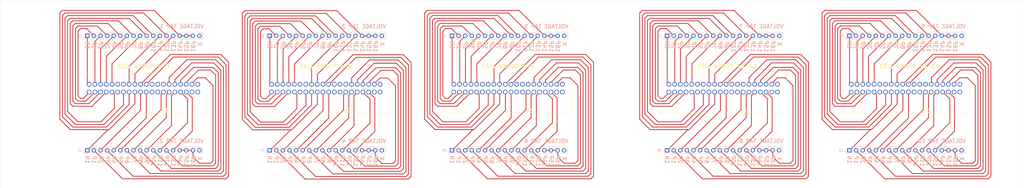
<source format=kicad_pcb>
(kicad_pcb (version 20241229) (generator "pcbnew") (generator_version "9.0")
  (layers (0 "F.Cu" signal) (2 "B.Cu" signal) (13 "F.Paste" user) (15 "B.Paste" user) (5 "F.SilkS" user "F.Silkscreen") (7 "B.SilkS" user "B.Silkscreen") (1 "F.Mask" user) (3 "B.Mask" user) (25 "Edge.Cuts" user))
  (net 0 "")
  (net 1 "1")
  (net 2 "7")
  (net 3 "9")
  (net 4 "15")
  (net 5 "-1")
  (net 6 "8")
  (net 7 "3")
  (net 8 "-13")
  (net 9 "13")
  (net 10 "16")
  (net 12 "4")
  (net 13 "14")
  (net 14 "2")
  (net 15 "5")
  (net 16 "6")
  (net 17 "19")
  (net 18 "28")
  (net 19 "26")
  (net 20 "31")
  (net 21 "-25")
  (net 22 "17")
  (net 23 "33")
  (net 24 "30")
  (net 26 "27")
  (net 27 "25")
  (net 28 "32")
  (net 29 "29")
  (net 30 "18")
  (net 31 "20")
  (net 32 "51")
  (net 33 "-49")
  (net 34 "45")
  (net 35 "49")
  (net 36 "39")
  (net 37 "52")
  (net 39 "50")
  (net 40 "37")
  (net 41 "42")
  (net 42 "-37")
  (net 43 "41")
  (net 44 "43")
  (net 45 "38")
  (net 46 "44")
  (net 47 "40")
  (net 48 "69")
  (net 49 "65")
  (net 50 "-61")
  (net 51 "63")
  (net 52 "68")
  (net 53 "53")
  (net 54 "62")
  (net 55 "67")
  (net 57 "66")
  (net 58 "64")
  (net 59 "55")
  (net 60 "54")
  (net 61 "56")
  (net 62 "61")
  (net 63 "73")
  (net 65 "81")
  (net 66 "80")
  (net 67 "78")
  (net 68 "86")
  (net 69 "88")
  (net 70 "77")
  (net 71 "85")
  (net 72 "-85")
  (net 73 "79")
  (net 74 "76")
  (net 75 "74")
  (net 76 "75")
  (net 77 "-73")
  (net 78 "87")
  (net 79 "105")
  (net 81 "103")
  (net 82 "90")
  (net 83 "104")
  (net 84 "89")
  (net 85 "97")
  (net 86 "99")
  (net 87 "100")
  (net 88 "92")
  (net 89 "101")
  (net 90 "-97")
  (net 91 "98")
  (net 92 "102")
  (net 93 "91")
  (net 94 "115")
  (net 95 "-109")
  (net 96 "-121")
  (net 97 "113")
  (net 99 "123")
  (net 100 "109")
  (net 101 "112")
  (net 102 "111")
  (net 103 "122")
  (net 104 "121")
  (net 105 "116")
  (net 106 "124")
  (net 107 "117")
  (net 108 "110")
  (net 109 "114")
  (net 110 "141")
  (net 111 "140")
  (net 112 "135")
  (net 113 "136")
  (net 114 "134")
  (net 115 "-133")
  (net 116 "139")
  (net 117 "127")
  (net 118 "133")
  (net 120 "126")
  (net 121 "138")
  (net 122 "125")
  (net 123 "128")
  (net 124 "137")
  (net 125 "146")
  (net 126 "149")
  (net 127 "-145")
  (net 128 "145")
  (net 129 "148")
  (net 130 "159")
  (net 131 "160")
  (net 132 "153")
  (net 133 "-157")
  (net 134 "147")
  (net 136 "151")
  (net 137 "158")
  (net 138 "152")
  (net 139 "150")
  (net 140 "157")
  (net 142 "177")
  (net 143 "174")
  (net 144 "172")
  (net 145 "175")
  (net 146 "169")
  (net 147 "-169")
  (net 148 "163")
  (net 149 "161")
  (net 150 "164")
  (net 151 "170")
  (net 152 "171")
  (net 153 "173")
  (net 154 "162")
  (net 155 "176")
  (net 157 "23")
  (net 158 "22")
  (net 159 "10")
  (net 160 "12")
  (net 161 "11")
  (net 162 "35")
  (net 163 "34")
  (net 164 "21")
  (net 165 "24")
  (net 166 "36")
  (net 168 "58")
  (net 169 "70")
  (net 170 "57")
  (net 171 "48")
  (net 172 "47")
  (net 173 "59")
  (net 174 "71")
  (net 175 "60")
  (net 176 "46")
  (net 177 "72")
  (net 178 "95")
  (net 179 "107")
  (net 180 "83")
  (net 181 "96")
  (net 182 "93")
  (net 183 "106")
  (net 184 "84")
  (net 185 "108")
  (net 186 "94")
  (net 188 "82")
  (net 189 "144")
  (net 190 "119")
  (net 191 "130")
  (net 192 "132")
  (net 193 "131")
  (net 194 "143")
  (net 196 "118")
  (net 197 "120")
  (net 198 "142")
  (net 199 "129")
  (net 200 "167")
  (net 201 "168")
  (net 202 "179")
  (net 204 "155")
  (net 205 "165")
  (net 206 "178")
  (net 207 "166")
  (net 208 "154")
  (net 209 "156")
  (net 210 "180")
  (footprint "zzLocalLibraries-Footprints:13761132" (layer "F.Cu") (at 176.1 132.5 180)
    (property "Reference" "U1")
    (property "Value" "~" (hide yes))
  )
  (footprint "zzLocalLibraries-Footprints:13761132" (layer "F.Cu") (at 316.5 132.5 180)
    (property "Reference" "U3")
    (property "Value" "~" (hide yes))
  )
  (footprint "zzLocalLibraries-Footprints:13761132" (layer "F.Cu") (at 469.5 132.5 180)
    (property "Reference" "U5")
    (property "Value" "~" (hide yes))
  )
  (footprint "zzLocalLibraries-Footprints:13761132" (layer "F.Cu") (at 399.3 132.5 180)
    (property "Reference" "U4")
    (property "Value" "~" (hide yes))
  )
  (footprint "zzLocalLibraries-Footprints:13761132" (layer "F.Cu") (at 246.3 132.5 180)
    (property "Reference" "U2")
    (property "Value" "~" (hide yes))
  )
  (footprint "Connector_PinSocket_2.54mm:PinSocket_1x18_P2.54mm_Vertical" (layer "B.Cu") (at 427 158 -90)
    (property "Reference" "J10")
    (property "Value" "Conn_01x18_Socket")
  )
  (footprint "Connector_PinSocket_2.54mm:PinSocket_1x18_P2.54mm_Vertical" (layer "B.Cu") (at 133.6 113.8 -90)
    (property "Reference" "J1")
    (property "Value" "Conn_01x18_Socket")
  )
  (footprint "Connector_PinSocket_2.54mm:PinSocket_1x18_P2.54mm_Vertical" (layer "B.Cu") (at 356.8 113.8 -90)
    (property "Reference" "J7")
    (property "Value" "Conn_01x18_Socket")
  )
  (footprint "Connector_PinSocket_2.54mm:PinSocket_1x18_P2.54mm_Vertical" (layer "B.Cu") (at 274 158 -90)
    (property "Reference" "J6")
    (property "Value" "Conn_01x18_Socket")
  )
  (footprint "Connector_PinSocket_2.54mm:PinSocket_1x18_P2.54mm_Vertical" (layer "B.Cu") (at 203.8 113.8 -90)
    (property "Reference" "J3")
    (property "Value" "Conn_01x18_Socket")
  )
  (footprint "Connector_PinSocket_2.54mm:PinSocket_1x18_P2.54mm_Vertical" (layer "B.Cu") (at 427 113.8 -90)
    (property "Reference" "J9")
    (property "Value" "Conn_01x18_Socket")
  )
  (footprint "Connector_PinSocket_2.54mm:PinSocket_1x18_P2.54mm_Vertical" (layer "B.Cu") (at 203.8 158 -90)
    (property "Reference" "J4")
    (property "Value" "Conn_01x18_Socket")
  )
  (footprint "Connector_PinSocket_2.54mm:PinSocket_1x18_P2.54mm_Vertical" (layer "B.Cu") (at 356.8 158 -90)
    (property "Reference" "J8")
    (property "Value" "Conn_01x18_Socket")
  )
  (footprint "Connector_PinSocket_2.54mm:PinSocket_1x18_P2.54mm_Vertical" (layer "B.Cu") (at 133.6 158 -90)
    (property "Reference" "J2")
    (property "Value" "Conn_01x18_Socket")
  )
  (footprint "Connector_PinSocket_2.54mm:PinSocket_1x18_P2.54mm_Vertical" (layer "B.Cu") (at 274 113.8 -90)
    (property "Reference" "J5")
    (property "Value" "Conn_01x18_Socket")
  )
  (gr_rect (start 100 100) (end 494.2 172.6) (stroke (width 0.05)) (fill no) (layer "Edge.Cuts"))
  (gr_text "CELL GROUP 6-9\n" (at 285.5 126.4 0) (layer "F.SilkS") (effects (font (size 1.5 1.5) (thickness 0.3) (bold yes)) (justify left bottom)))
  (gr_text "CELL GROUP 10-12" (at 368.3 126.4 0) (layer "F.SilkS") (effects (font (size 1.5 1.5) (thickness 0.3) (bold yes)) (justify left bottom)))
  (gr_text "CELL GROUP 13-15" (at 438.5 126.4 0) (layer "F.SilkS") (effects (font (size 1.5 1.5) (thickness 0.3) (bold yes)) (justify left bottom)))
  (gr_text "CELL GROUP 4-5" (at 215.3 126.4 0) (layer "F.SilkS") (effects (font (size 1.5 1.5) (thickness 0.3) (bold yes)) (justify left bottom)))
  (gr_text "CELL GROUP 1-3" (at 145.1 126.4 0) (layer "F.SilkS") (effects (font (size 1.5 1.5) (thickness 0.3) (bold yes)) (justify left bottom)))
  (gr_text "  X\n16P\n15P\n14P\n13P\n12P\n11P\n10P\n 9P\n 8P\n 7P\n 6P\n 5P\n 4P\n 3P\n 2P\n 1P\n 1N" (at 202.9 120.2 270) (layer "B.SilkS") (effects (font (size 1.58 1.5) (thickness 0.3) (bold yes)) (justify left bottom mirror)))
  (gr_text "VOLTAGE TAP 5" (at 319 111.04 0) (layer "B.SilkS") (effects (font (size 1.5 1.5) (thickness 0.3) (bold yes)) (justify left bottom mirror)))
  (gr_text "  X\n16P\n15P\n14P\n13P\n12P\n11P\n10P\n 9P\n 8P\n 7P\n 6P\n 5P\n 4P\n 3P\n 2P\n 1P\n 1N" (at 426.1 164.4 270) (layer "B.SilkS") (effects (font (size 1.58 1.5) (thickness 0.3) (bold yes)) (justify left bottom mirror)))
  (gr_text "VOLTAGE TAP 8" (at 401.8 155.3 0) (layer "B.SilkS") (effects (font (size 1.5 1.5) (thickness 0.3) (bold yes)) (justify left bottom mirror)))
  (gr_text "  X\n16P\n15P\n14P\n13P\n12P\n11P\n10P\n 9P\n 8P\n 7P\n 6P\n 5P\n 4P\n 3P\n 2P\n 1P\n 1N" (at 273.1 120.2 270) (layer "B.SilkS") (effects (font (size 1.58 1.5) (thickness 0.3) (bold yes)) (justify left bottom mirror)))
  (gr_text "VOLTAGE TAP 1" (at 178.6 111 0) (layer "B.SilkS") (effects (font (size 1.5 1.5) (thickness 0.3) (bold yes)) (justify left bottom mirror)))
  (gr_text "  X\n16P\n15P\n14P\n13P\n12P\n11P\n10P\n 9P\n 8P\n 7P\n 6P\n 5P\n 4P\n 3P\n 2P\n 1P\n 1N" (at 202.9 164.4 270) (layer "B.SilkS") (effects (font (size 1.58 1.5) (thickness 0.3) (bold yes)) (justify left bottom mirror)))
  (gr_text "  X\n16P\n15P\n14P\n13P\n12P\n11P\n10P\n 9P\n 8P\n 7P\n 6P\n 5P\n 4P\n 3P\n 2P\n 1P\n 1N" (at 273.1 164.4 270) (layer "B.SilkS") (effects (font (size 1.58 1.5) (thickness 0.3) (bold yes)) (justify left bottom mirror)))
  (gr_text "VOLTAGE TAP 6" (at 319 155.3 0) (layer "B.SilkS") (effects (font (size 1.5 1.5) (thickness 0.3) (bold yes)) (justify left bottom mirror)))
  (gr_text "VOLTAGE TAP 2" (at 178.6 155.26 0) (layer "B.SilkS") (effects (font (size 1.5 1.5) (thickness 0.3) (bold yes)) (justify left bottom mirror)))
  (gr_text "  X\n16P\n15P\n14P\n13P\n12P\n11P\n10P\n 9P\n 8P\n 7P\n 6P\n 5P\n 4P\n 3P\n 2P\n 1P\n 1N" (at 355.9 164.4 270) (layer "B.SilkS") (effects (font (size 1.58 1.5) (thickness 0.3) (bold yes)) (justify left bottom mirror)))
  (gr_text "  X\n16P\n15P\n14P\n13P\n12P\n11P\n10P\n 9P\n 8P\n 7P\n 6P\n 5P\n 4P\n 3P\n 2P\n 1P\n 1N" (at 426.1 120.2 270) (layer "B.SilkS") (effects (font (size 1.58 1.5) (thickness 0.3) (bold yes)) (justify left bottom mirror)))
  (gr_text "VOLTAGE TAP 9" (at 472 111.04 0) (layer "B.SilkS") (effects (font (size 1.5 1.5) (thickness 0.3) (bold yes)) (justify left bottom mirror)))
  (gr_text "VOLTAGE TAP 4" (at 248.8 155.3 0) (layer "B.SilkS") (effects (font (size 1.5 1.5) (thickness 0.3) (bold yes)) (justify left bottom mirror)))
  (gr_text "  X\n16P\n15P\n14P\n13P\n12P\n11P\n10P\n 9P\n 8P\n 7P\n 6P\n 5P\n 4P\n 3P\n 2P\n 1P\n 1N" (at 355.9 120.2 270) (layer "B.SilkS") (effects (font (size 1.58 1.5) (thickness 0.3) (bold yes)) (justify left bottom mirror)))
  (gr_text "  X\n16P\n15P\n14P\n13P\n12P\n11P\n10P\n 9P\n 8P\n 7P\n 6P\n 5P\n 4P\n 3P\n 2P\n 1P\n 1N" (at 132.7 164.4 270) (layer "B.SilkS") (effects (font (size 1.58 1.5) (thickness 0.3) (bold yes)) (justify left bottom mirror)))
  (gr_text "VOLTAGE TAP 3" (at 248.8 111.04 0) (layer "B.SilkS") (effects (font (size 1.5 1.5) (thickness 0.3) (bold yes)) (justify left bottom mirror)))
  (gr_text "VOLTAGE TAP 7" (at 401.8 111.04 0) (layer "B.SilkS") (effects (font (size 1.5 1.5) (thickness 0.3) (bold yes)) (justify left bottom mirror)))
  (gr_text "  X\n16P\n15P\n14P\n13P\n12P\n11P\n10P\n 9P\n 8P\n 7P\n 6P\n 5P\n 4P\n 3P\n 2P\n 1P\n 1N" (at 132.7 120.2 270) (layer "B.SilkS") (effects (font (size 1.58 1.5) (thickness 0.3) (bold yes)) (justify left bottom mirror)))
  (gr_text "VOLTAGE TAP 10" (at 472 155.3 0) (layer "B.SilkS") (effects (font (size 1.5 1.5) (thickness 0.3) (bold yes)) (justify left bottom mirror)))
  (segment (start 132 138) (end 134.3 135.7) (width 0.3) (layer "F.Cu") (net 1))
  (segment (start 133.3 111) (end 131 111) (width 0.3) (layer "F.Cu") (net 1))
  (segment (start 134.3 135.7) (end 134.3 135.5) (width 0.3) (layer "F.Cu") (net 1))
  (segment (start 131 111) (end 130 112) (width 0.3) (layer "F.Cu") (net 1))
  (segment (start 136.1 113.8) (end 133.3 111) (width 0.3) (layer "F.Cu") (net 1))
  (segment (start 136.14 113.8) (end 136.1 113.8) (width 0.3) (layer "F.Cu") (net 1))
  (segment (start 130 137) (end 131 138) (width 0.3) (layer "F.Cu") (net 1))
  (segment (start 130 112) (end 130 137) (width 0.3) (layer "F.Cu") (net 1))
  (segment (start 131 138) (end 132 138) (width 0.3) (layer "F.Cu") (net 1))
  (segment (start 128 108) (end 127 109) (width 0.3) (layer "F.Cu") (net 2))
  (segment (start 145.58 108) (end 128 108) (width 0.3) (layer "F.Cu") (net 2))
  (segment (start 127 109) (end 127 140) (width 0.3) (layer "F.Cu") (net 2))
  (segment (start 151.38 113.8) (end 145.58 108) (width 0.3) (layer "F.Cu") (net 2))
  (segment (start 128 141) (end 135.4 141) (width 0.3) (layer "F.Cu") (net 2))
  (segment (start 135.4 141) (end 140.9 135.5) (width 0.3) (layer "F.Cu") (net 2))
  (segment (start 127 140) (end 128 141) (width 0.3) (layer "F.Cu") (net 2))
  (segment (start 144 136.4) (end 143.1 135.5) (width 0.3) (layer "F.Cu") (net 3))
  (segment (start 156.46 113.8) (end 149.744 107.084) (width 0.3) (layer "F.Cu") (net 3))
  (segment (start 126 143) (end 130 147) (width 0.3) (layer "F.Cu") (net 3))
  (segment (start 130 147) (end 138.854585 147) (width 0.3) (layer "F.Cu") (net 3))
  (segment (start 126 107.915852) (end 126 143) (width 0.3) (layer "F.Cu") (net 3))
  (segment (start 138.854585 147) (end 144 141.854585) (width 0.3) (layer "F.Cu") (net 3))
  (segment (start 149.744 107.084) (end 126.831852 107.084) (width 0.3) (layer "F.Cu") (net 3))
  (segment (start 144 141.854585) (end 144 136.4) (width 0.3) (layer "F.Cu") (net 3))
  (segment (start 126.831852 107.084) (end 126 107.915852) (width 0.3) (layer "F.Cu") (net 3))
  (segment (start 151.9 128.52) (end 151.9 132.5) (width 0.3) (layer "F.Cu") (net 4))
  (segment (start 166.62 113.8) (end 151.9 128.52) (width 0.3) (layer "F.Cu") (net 4))
  (segment (start 133.6 113.8) (end 133.6 131.8) (width 0.3) (layer "F.Cu") (net 5))
  (segment (start 133.6 131.8) (end 134.3 132.5) (width 0.3) (layer "F.Cu") (net 5))
  (segment (start 153.92 113.8) (end 143.1 124.62) (width 0.3) (layer "F.Cu") (net 6))
  (segment (start 143.1 124.62) (end 143.1 132.5) (width 0.3) (layer "F.Cu") (net 6))
  (segment (start 130.002148 110) (end 129 111.002148) (width 0.3) (layer "F.Cu") (net 7))
  (segment (start 129 111.002148) (end 129 138) (width 0.3) (layer "F.Cu") (net 7))
  (segment (start 137.42 110) (end 130.002148 110) (width 0.3) (layer "F.Cu") (net 7))
  (segment (start 133 139) (end 136.5 135.5) (width 0.3) (layer "F.Cu") (net 7))
  (segment (start 130 139) (end 133 139) (width 0.3) (layer "F.Cu") (net 7))
  (segment (start 129 138) (end 130 139) (width 0.3) (layer "F.Cu") (net 7))
  (segment (start 141.22 113.8) (end 137.42 110) (width 0.3) (layer "F.Cu") (net 7))
  (segment (start 125 107) (end 125 144) (width 0.3) (layer "F.Cu") (net 8))
  (segment (start 129 148) (end 140 148) (width 0.3) (layer "F.Cu") (net 8))
  (segment (start 147.5 140.5) (end 147.5 135.5) (width 0.3) (layer "F.Cu") (net 8))
  (segment (start 125 144) (end 129 148) (width 0.3) (layer "F.Cu") (net 8))
  (segment (start 140 148) (end 147.5 140.5) (width 0.3) (layer "F.Cu") (net 8))
  (segment (start 126 106) (end 125 107) (width 0.3) (layer "F.Cu") (net 8))
  (segment (start 159 113.8) (end 151.2 106) (width 0.3) (layer "F.Cu") (net 8))
  (segment (start 151.2 106) (end 126 106) (width 0.3) (layer "F.Cu") (net 8))
  (segment (start 161.54 113.8) (end 149.7 125.64) (width 0.3) (layer "F.Cu") (net 9))
  (segment (start 149.7 125.64) (end 149.7 132.5) (width 0.3) (layer "F.Cu") (net 9))
  (segment (start 159.36 104) (end 124 104) (width 0.3) (layer "F.Cu") (net 10))
  (segment (start 124 104) (end 123 105) (width 0.3) (layer "F.Cu") (net 10))
  (segment (start 123 146) (end 127 150) (width 0.3) (layer "F.Cu") (net 10))
  (segment (start 127 150) (end 142 150) (width 0.3) (layer "F.Cu") (net 10))
  (segment (start 151.9 140.1) (end 151.9 135.5) (width 0.3) (layer "F.Cu") (net 10))
  (segment (start 133.6 158) (end 133.8 158) (width 0.3) (layer "F.Cu") (net 10))
  (segment (start 123 105) (end 123 146) (width 0.3) (layer "F.Cu") (net 10))
  (segment (start 133.6 158) (end 141.6 150) (width 0.3) (layer "F.Cu") (net 10))
  (segment (start 142 150) (end 151.9 140.1) (width 0.3) (layer "F.Cu") (net 10))
  (segment (start 171.7 113.8) (end 174.24 113.8) (width 0.3) (layer "F.Cu") (net 10))
  (segment (start 169.16 113.8) (end 159.36 104) (width 0.3) (layer "F.Cu") (net 10))
  (segment (start 169.16 113.8) (end 171.7 113.8) (width 0.3) (layer "F.Cu") (net 10))
  (segment (start 143.76 113.8) (end 138.7 118.86) (width 0.3) (layer "F.Cu") (net 12))
  (segment (start 138.7 118.86) (end 138.7 132.5) (width 0.3) (layer "F.Cu") (net 12))
  (segment (start 125 105) (end 124 106) (width 0.3) (layer "F.Cu") (net 13))
  (segment (start 149.7 140.3) (end 149.7 135.5) (width 0.3) (layer "F.Cu") (net 13))
  (segment (start 124 145) (end 128 149) (width 0.3) (layer "F.Cu") (net 13))
  (segment (start 155.28 105) (end 125 105) (width 0.3) (layer "F.Cu") (net 13))
  (segment (start 124 106) (end 124 145) (width 0.3) (layer "F.Cu") (net 13))
  (segment (start 128 149) (end 141 149) (width 0.3) (layer "F.Cu") (net 13))
  (segment (start 141 149) (end 149.7 140.3) (width 0.3) (layer "F.Cu") (net 13))
  (segment (start 164.08 113.8) (end 155.28 105) (width 0.3) (layer "F.Cu") (net 13))
  (segment (start 136.5 115.98) (end 136.5 132.5) (width 0.3) (layer "F.Cu") (net 14))
  (segment (start 138.68 113.8) (end 136.5 115.98) (width 0.3) (layer "F.Cu") (net 14))
  (segment (start 141.5 109) (end 129 109) (width 0.3) (layer "F.Cu") (net 15))
  (segment (start 129 140) (end 134.2 140) (width 0.3) (layer "F.Cu") (net 15))
  (segment (start 134.2 140) (end 138.7 135.5) (width 0.3) (layer "F.Cu") (net 15))
  (segment (start 129 109) (end 128 110) (width 0.3) (layer "F.Cu") (net 15))
  (segment (start 128 110) (end 128 139) (width 0.3) (layer "F.Cu") (net 15))
  (segment (start 146.3 113.8) (end 141.5 109) (width 0.3) (layer "F.Cu") (net 15))
  (segment (start 128 139) (end 129 140) (width 0.3) (layer "F.Cu") (net 15))
  (segment (start 148.84 113.8) (end 140.9 121.74) (width 0.3) (layer "F.Cu") (net 16))
  (segment (start 140.9 121.74) (end 140.9 132.5) (width 0.3) (layer "F.Cu") (net 16))
  (segment (start 186 168) (end 187 167) (width 0.3) (layer "F.Cu") (net 17))
  (segment (start 187 167) (end 187 125) (width 0.3) (layer "F.Cu") (net 17))
  (segment (start 187 125) (end 184 122) (width 0.3) (layer "F.Cu") (net 17))
  (segment (start 166.8 122) (end 156.3 132.5) (width 0.3) (layer "F.Cu") (net 17))
  (segment (start 151.22 168) (end 186 168) (width 0.3) (layer "F.Cu") (net 17))
  (segment (start 141.22 158) (end 151.22 168) (width 0.3) (layer "F.Cu") (net 17))
  (segment (start 184 122) (end 166.8 122) (width 0.3) (layer "F.Cu") (net 17))
  (segment (start 166 136.8) (end 167.3 135.5) (width 0.3) (layer "F.Cu") (net 18))
  (segment (start 166 148.46) (end 166 136.8) (width 0.3) (layer "F.Cu") (net 18))
  (segment (start 156.46 158) (end 166 148.46) (width 0.3) (layer "F.Cu") (net 18))
  (segment (start 151.38 158) (end 164 145.38) (width 0.3) (layer "F.Cu") (net 19))
  (segment (start 164 145.38) (end 164 136.6) (width 0.3) (layer "F.Cu") (net 19))
  (segment (start 164 136.6) (end 165.1 135.5) (width 0.3) (layer "F.Cu") (net 19))
  (segment (start 171.7 131.694716) (end 171.7 132.5) (width 0.3) (layer "F.Cu") (net 20))
  (segment (start 181 127) (end 176.394716 127) (width 0.3) (layer "F.Cu") (net 20))
  (segment (start 183 163) (end 183 129) (width 0.3) (layer "F.Cu") (net 20))
  (segment (start 183 129) (end 181 127) (width 0.3) (layer "F.Cu") (net 20))
  (segment (start 176.394716 127) (end 171.7 131.694716) (width 0.3) (layer "F.Cu") (net 20))
  (segment (start 170.08 164) (end 182 164) (width 0.3) (layer "F.Cu") (net 20))
  (segment (start 164.08 158) (end 170.08 164) (width 0.3) (layer "F.Cu") (net 20))
  (segment (start 182 164) (end 183 163) (width 0.3) (layer "F.Cu") (net 20))
  (segment (start 146.3 158) (end 162 142.3) (width 0.3) (layer "F.Cu") (net 21))
  (segment (start 162 136.4) (end 162.9 135.5) (width 0.3) (layer "F.Cu") (net 21))
  (segment (start 162 142.3) (end 162 136.4) (width 0.3) (layer "F.Cu") (net 21))
  (segment (start 188 168) (end 188 124) (width 0.3) (layer "F.Cu") (net 22))
  (segment (start 187 169) (end 188 168) (width 0.3) (layer "F.Cu") (net 22))
  (segment (start 136.14 158) (end 147.14 169) (width 0.3) (layer "F.Cu") (net 22))
  (segment (start 165.6 121) (end 154.1 132.5) (width 0.3) (layer "F.Cu") (net 22))
  (segment (start 147.14 169) (end 187 169) (width 0.3) (layer "F.Cu") (net 22))
  (segment (start 185 121) (end 165.6 121) (width 0.3) (layer "F.Cu") (net 22))
  (segment (start 188 124) (end 185 121) (width 0.3) (layer "F.Cu") (net 22))
  (segment (start 173.9 132.1) (end 173.9 132.5) (width 0.3) (layer "F.Cu") (net 23))
  (segment (start 169.16 158) (end 171.7 158) (width 0.3) (layer "F.Cu") (net 23))
  (segment (start 176 130) (end 173.9 132.1) (width 0.3) (layer "F.Cu") (net 23))
  (segment (start 181 163) (end 182 162) (width 0.3) (layer "F.Cu") (net 23))
  (segment (start 182 162) (end 182 133) (width 0.3) (layer "F.Cu") (net 23))
  (segment (start 171.7 158) (end 174.24 158) (width 0.3) (layer "F.Cu") (net 23))
  (segment (start 182 133) (end 179 130) (width 0.3) (layer "F.Cu") (net 23))
  (segment (start 179 130) (end 176 130) (width 0.3) (layer "F.Cu") (net 23))
  (segment (start 176.7 163) (end 181 163) (width 0.3) (layer "F.Cu") (net 23))
  (segment (start 174.24 160.54) (end 176.7 163) (width 0.3) (layer "F.Cu") (net 23))
  (segment (start 174.24 158) (end 174.24 160.54) (width 0.3) (layer "F.Cu") (net 23))
  (segment (start 161.54 158) (end 172.172 147.368) (width 0.3) (layer "F.Cu") (net 24))
  (segment (start 172.172 147.368) (end 172.172 138.172) (width 0.3) (layer "F.Cu") (net 24))
  (segment (start 172.172 138.172) (end 169.5 135.5) (width 0.3) (layer "F.Cu") (net 24))
  (segment (start 161.92 166) (end 184 166) (width 0.3) (layer "F.Cu") (net 26))
  (segment (start 167.3 130.7) (end 167.3 132.5) (width 0.3) (layer "F.Cu") (net 26))
  (segment (start 184 166) (end 185 165) (width 0.3) (layer "F.Cu") (net 26))
  (segment (start 153.92 158) (end 161.92 166) (width 0.3) (layer "F.Cu") (net 26))
  (segment (start 182.284 124.284) (end 173.716 124.284) (width 0.3) (layer "F.Cu") (net 26))
  (segment (start 173.716 124.284) (end 167.3 130.7) (width 0.3) (layer "F.Cu") (net 26))
  (segment (start 185 165) (end 185 127) (width 0.3) (layer "F.Cu") (net 26))
  (segment (start 185 127) (end 182.284 124.284) (width 0.3) (layer "F.Cu") (net 26))
  (segment (start 186 126) (end 183 123) (width 0.3) (layer "F.Cu") (net 27))
  (segment (start 186 166) (end 186 126) (width 0.3) (layer "F.Cu") (net 27))
  (segment (start 172 123) (end 165.1 129.9) (width 0.3) (layer "F.Cu") (net 27))
  (segment (start 165.1 129.9) (end 165.1 132.5) (width 0.3) (layer "F.Cu") (net 27))
  (segment (start 148.84 158) (end 157.84 167) (width 0.3) (layer "F.Cu") (net 27))
  (segment (start 185 167) (end 186 166) (width 0.3) (layer "F.Cu") (net 27))
  (segment (start 183 123) (end 172 123) (width 0.3) (layer "F.Cu") (net 27))
  (segment (start 157.84 167) (end 185 167) (width 0.3) (layer "F.Cu") (net 27))
  (segment (start 174 150.62) (end 174 137.8) (width 0.3) (layer "F.Cu") (net 28))
  (segment (start 166.62 158) (end 174 150.62) (width 0.3) (layer "F.Cu") (net 28))
  (segment (start 174 137.8) (end 171.7 135.5) (width 0.3) (layer "F.Cu") (net 28))
  (segment (start 183 165) (end 184 164) (width 0.3) (layer "F.Cu") (net 29))
  (segment (start 169.5 131) (end 169.5 132.5) (width 0.3) (layer "F.Cu") (net 29))
  (segment (start 166 165) (end 183 165) (width 0.3) (layer "F.Cu") (net 29))
  (segment (start 184 164) (end 184 128) (width 0.3) (layer "F.Cu") (net 29))
  (segment (start 184 128) (end 182 126) (width 0.3) (layer "F.Cu") (net 29))
  (segment (start 182 126) (end 174.5 126) (width 0.3) (layer "F.Cu") (net 29))
  (segment (start 174.5 126) (end 169.5 131) (width 0.3) (layer "F.Cu") (net 29))
  (segment (start 159 158) (end 166 165) (width 0.3) (layer "F.Cu") (net 29))
  (segment (start 154.1 142.58) (end 154.1 135.5) (width 0.3) (layer "F.Cu") (net 30))
  (segment (start 138.68 158) (end 154.1 142.58) (width 0.3) (layer "F.Cu") (net 30))
  (segment (start 156.3 145.46) (end 156.3 135.5) (width 0.3) (layer "F.Cu") (net 31))
  (segment (start 143.76 158) (end 156.3 145.46) (width 0.3) (layer "F.Cu") (net 31))
  (segment (start 222.16 128.62) (end 222.16 132.6) (width 0.3) (layer "F.Cu") (net 32))
  (segment (start 236.88 113.9) (end 222.16 128.62) (width 0.3) (layer "F.Cu") (net 32))
  (segment (start 210.26 148.1) (end 217.76 140.6) (width 0.3) (layer "F.Cu") (net 33))
  (segment (start 221.46 106.1) (end 196.26 106.1) (width 0.3) (layer "F.Cu") (net 33))
  (segment (start 217.76 140.6) (end 217.76 135.6) (width 0.3) (layer "F.Cu") (net 33))
  (segment (start 199.26 148.1) (end 210.26 148.1) (width 0.3) (layer "F.Cu") (net 33))
  (segment (start 195.26 107.1) (end 195.26 144.1) (width 0.3) (layer "F.Cu") (net 33))
  (segment (start 196.26 106.1) (end 195.26 107.1) (width 0.3) (layer "F.Cu") (net 33))
  (segment (start 229.26 113.9) (end 221.46 106.1) (width 0.3) (layer "F.Cu") (net 33))
  (segment (start 195.26 144.1) (end 199.26 148.1) (width 0.3) (layer "F.Cu") (net 33))
  (segment (start 209.114585 147.1) (end 214.26 141.954585) (width 0.3) (layer "F.Cu") (net 34))
  (segment (start 196.26 143.1) (end 200.26 147.1) (width 0.3) (layer "F.Cu") (net 34))
  (segment (start 220.004 107.184) (end 197.091852 107.184) (width 0.3) (layer "F.Cu") (net 34))
  (segment (start 197.091852 107.184) (end 196.26 108.015852) (width 0.3) (layer "F.Cu") (net 34))
  (segment (start 196.26 108.015852) (end 196.26 143.1) (width 0.3) (layer "F.Cu") (net 34))
  (segment (start 214.26 141.954585) (end 214.26 136.5) (width 0.3) (layer "F.Cu") (net 34))
  (segment (start 214.26 136.5) (end 213.36 135.6) (width 0.3) (layer "F.Cu") (net 34))
  (segment (start 200.26 147.1) (end 209.114585 147.1) (width 0.3) (layer "F.Cu") (net 34))
  (segment (start 226.72 113.9) (end 220.004 107.184) (width 0.3) (layer "F.Cu") (net 34))
  (segment (start 219.96 125.74) (end 219.96 132.6) (width 0.3) (layer "F.Cu") (net 35))
  (segment (start 231.8 113.9) (end 219.96 125.74) (width 0.3) (layer "F.Cu") (net 35))
  (segment (start 200.262148 110.1) (end 199.26 111.102148) (width 0.3) (layer "F.Cu") (net 36))
  (segment (start 199.26 111.102148) (end 199.26 138.1) (width 0.3) (layer "F.Cu") (net 36))
  (segment (start 199.26 138.1) (end 200.26 139.1) (width 0.3) (layer "F.Cu") (net 36))
  (segment (start 200.26 139.1) (end 203.26 139.1) (width 0.3) (layer "F.Cu") (net 36))
  (segment (start 211.48 113.9) (end 207.68 110.1) (width 0.3) (layer "F.Cu") (net 36))
  (segment (start 207.68 110.1) (end 200.262148 110.1) (width 0.3) (layer "F.Cu") (net 36))
  (segment (start 203.26 139.1) (end 206.76 135.6) (width 0.3) (layer "F.Cu") (net 36))
  (segment (start 212.26 150.1) (end 222.16 140.2) (width 0.3) (layer "F.Cu") (net 37))
  (segment (start 194.26 104.1) (end 193.26 105.1) (width 0.3) (layer "F.Cu") (net 37))
  (segment (start 197.26 150.1) (end 212.26 150.1) (width 0.3) (layer "F.Cu") (net 37))
  (segment (start 241.96 113.9) (end 244.5 113.9) (width 0.3) (layer "F.Cu") (net 37))
  (segment (start 229.62 104.1) (end 194.26 104.1) (width 0.3) (layer "F.Cu") (net 37))
  (segment (start 203.86 158.1) (end 204.06 158.1) (width 0.3) (layer "F.Cu") (net 37))
  (segment (start 222.16 140.2) (end 222.16 135.6) (width 0.3) (layer "F.Cu") (net 37))
  (segment (start 193.26 146.1) (end 197.26 150.1) (width 0.3) (layer "F.Cu") (net 37))
  (segment (start 239.42 113.9) (end 229.62 104.1) (width 0.3) (layer "F.Cu") (net 37))
  (segment (start 239.42 113.9) (end 241.96 113.9) (width 0.3) (layer "F.Cu") (net 37))
  (segment (start 193.26 105.1) (end 193.26 146.1) (width 0.3) (layer "F.Cu") (net 37))
  (segment (start 203.86 158.1) (end 211.86 150.1) (width 0.3) (layer "F.Cu") (net 37))
  (segment (start 234.34 113.9) (end 225.54 105.1) (width 0.3) (layer "F.Cu") (net 39))
  (segment (start 225.54 105.1) (end 195.26 105.1) (width 0.3) (layer "F.Cu") (net 39))
  (segment (start 198.26 149.1) (end 211.26 149.1) (width 0.3) (layer "F.Cu") (net 39))
  (segment (start 211.26 149.1) (end 219.96 140.4) (width 0.3) (layer "F.Cu") (net 39))
  (segment (start 219.96 140.4) (end 219.96 135.6) (width 0.3) (layer "F.Cu") (net 39))
  (segment (start 195.26 105.1) (end 194.26 106.1) (width 0.3) (layer "F.Cu") (net 39))
  (segment (start 194.26 145.1) (end 198.26 149.1) (width 0.3) (layer "F.Cu") (net 39))
  (segment (start 194.26 106.1) (end 194.26 145.1) (width 0.3) (layer "F.Cu") (net 39))
  (segment (start 202.26 138.1) (end 204.56 135.8) (width 0.3) (layer "F.Cu") (net 40))
  (segment (start 200.26 137.1) (end 201.26 138.1) (width 0.3) (layer "F.Cu") (net 40))
  (segment (start 206.36 113.9) (end 203.56 111.1) (width 0.3) (layer "F.Cu") (net 40))
  (segment (start 204.56 135.8) (end 204.56 135.6) (width 0.3) (layer "F.Cu") (net 40))
  (segment (start 203.56 111.1) (end 201.26 111.1) (width 0.3) (layer "F.Cu") (net 40))
  (segment (start 206.4 113.9) (end 206.36 113.9) (width 0.3) (layer "F.Cu") (net 40))
  (segment (start 201.26 111.1) (end 200.26 112.1) (width 0.3) (layer "F.Cu") (net 40))
  (segment (start 200.26 112.1) (end 200.26 137.1) (width 0.3) (layer "F.Cu") (net 40))
  (segment (start 201.26 138.1) (end 202.26 138.1) (width 0.3) (layer "F.Cu") (net 40))
  (segment (start 219.1 113.9) (end 211.16 121.84) (width 0.3) (layer "F.Cu") (net 41))
  (segment (start 211.16 121.84) (end 211.16 132.6) (width 0.3) (layer "F.Cu") (net 41))
  (segment (start 203.86 131.9) (end 204.56 132.6) (width 0.3) (layer "F.Cu") (net 42))
  (segment (start 203.86 113.9) (end 203.86 131.9) (width 0.3) (layer "F.Cu") (net 42))
  (segment (start 199.26 109.1) (end 198.26 110.1) (width 0.3) (layer "F.Cu") (net 43))
  (segment (start 204.46 140.1) (end 208.96 135.6) (width 0.3) (layer "F.Cu") (net 43))
  (segment (start 211.76 109.1) (end 199.26 109.1) (width 0.3) (layer "F.Cu") (net 43))
  (segment (start 199.26 140.1) (end 204.46 140.1) (width 0.3) (layer "F.Cu") (net 43))
  (segment (start 216.56 113.9) (end 211.76 109.1) (width 0.3) (layer "F.Cu") (net 43))
  (segment (start 198.26 110.1) (end 198.26 139.1) (width 0.3) (layer "F.Cu") (net 43))
  (segment (start 198.26 139.1) (end 199.26 140.1) (width 0.3) (layer "F.Cu") (net 43))
  (segment (start 205.66 141.1) (end 211.16 135.6) (width 0.3) (layer "F.Cu") (net 44))
  (segment (start 215.84 108.1) (end 198.26 108.1) (width 0.3) (layer "F.Cu") (net 44))
  (segment (start 197.26 140.1) (end 198.26 141.1) (width 0.3) (layer "F.Cu") (net 44))
  (segment (start 221.64 113.9) (end 215.84 108.1) (width 0.3) (layer "F.Cu") (net 44))
  (segment (start 197.26 109.1) (end 197.26 140.1) (width 0.3) (layer "F.Cu") (net 44))
  (segment (start 198.26 108.1) (end 197.26 109.1) (width 0.3) (layer "F.Cu") (net 44))
  (segment (start 198.26 141.1) (end 205.66 141.1) (width 0.3) (layer "F.Cu") (net 44))
  (segment (start 208.94 113.9) (end 206.76 116.08) (width 0.3) (layer "F.Cu") (net 45))
  (segment (start 206.76 116.08) (end 206.76 132.6) (width 0.3) (layer "F.Cu") (net 45))
  (segment (start 213.36 124.72) (end 213.36 132.6) (width 0.3) (layer "F.Cu") (net 46))
  (segment (start 224.18 113.9) (end 213.36 124.72) (width 0.3) (layer "F.Cu") (net 46))
  (segment (start 214.02 113.9) (end 208.96 118.96) (width 0.3) (layer "F.Cu") (net 47))
  (segment (start 208.96 118.96) (end 208.96 132.6) (width 0.3) (layer "F.Cu") (net 47))
  (segment (start 251.26 163.1) (end 252.26 162.1) (width 0.3) (layer "F.Cu") (net 48))
  (segment (start 241.96 158.1) (end 244.5 158.1) (width 0.3) (layer "F.Cu") (net 48))
  (segment (start 252.26 133.1) (end 249.26 130.1) (width 0.3) (layer "F.Cu") (net 48))
  (segment (start 244.16 132.2) (end 244.16 132.6) (width 0.3) (layer "F.Cu") (net 48))
  (segment (start 244.5 160.64) (end 246.96 163.1) (width 0.3) (layer "F.Cu") (net 48))
  (segment (start 249.26 130.1) (end 246.26 130.1) (width 0.3) (layer "F.Cu") (net 48))
  (segment (start 246.26 130.1) (end 244.16 132.2) (width 0.3) (layer "F.Cu") (net 48))
  (segment (start 246.96 163.1) (end 251.26 163.1) (width 0.3) (layer "F.Cu") (net 48))
  (segment (start 244.5 158.1) (end 244.5 160.64) (width 0.3) (layer "F.Cu") (net 48))
  (segment (start 239.42 158.1) (end 241.96 158.1) (width 0.3) (layer "F.Cu") (net 48))
  (segment (start 252.26 162.1) (end 252.26 133.1) (width 0.3) (layer "F.Cu") (net 48))
  (segment (start 254.26 164.1) (end 254.26 128.1) (width 0.3) (layer "F.Cu") (net 49))
  (segment (start 244.76 126.1) (end 239.76 131.1) (width 0.3) (layer "F.Cu") (net 49))
  (segment (start 253.26 165.1) (end 254.26 164.1) (width 0.3) (layer "F.Cu") (net 49))
  (segment (start 252.26 126.1) (end 244.76 126.1) (width 0.3) (layer "F.Cu") (net 49))
  (segment (start 236.26 165.1) (end 253.26 165.1) (width 0.3) (layer "F.Cu") (net 49))
  (segment (start 254.26 128.1) (end 252.26 126.1) (width 0.3) (layer "F.Cu") (net 49))
  (segment (start 229.26 158.1) (end 236.26 165.1) (width 0.3) (layer "F.Cu") (net 49))
  (segment (start 239.76 131.1) (end 239.76 132.6) (width 0.3) (layer "F.Cu") (net 49))
  (segment (start 216.56 158.1) (end 232.26 142.4) (width 0.3) (layer "F.Cu") (net 50))
  (segment (start 232.26 136.5) (end 233.16 135.6) (width 0.3) (layer "F.Cu") (net 50))
  (segment (start 232.26 142.4) (end 232.26 136.5) (width 0.3) (layer "F.Cu") (net 50))
  (segment (start 254.26 166.1) (end 255.26 165.1) (width 0.3) (layer "F.Cu") (net 51))
  (segment (start 237.56 130.8) (end 237.56 132.6) (width 0.3) (layer "F.Cu") (net 51))
  (segment (start 232.18 166.1) (end 254.26 166.1) (width 0.3) (layer "F.Cu") (net 51))
  (segment (start 255.26 127.1) (end 252.544 124.384) (width 0.3) (layer "F.Cu") (net 51))
  (segment (start 224.18 158.1) (end 232.18 166.1) (width 0.3) (layer "F.Cu") (net 51))
  (segment (start 255.26 165.1) (end 255.26 127.1) (width 0.3) (layer "F.Cu") (net 51))
  (segment (start 252.544 124.384) (end 243.976 124.384) (width 0.3) (layer "F.Cu") (net 51))
  (segment (start 243.976 124.384) (end 237.56 130.8) (width 0.3) (layer "F.Cu") (net 51))
  (segment (start 244.26 150.72) (end 244.26 137.9) (width 0.3) (layer "F.Cu") (net 52))
  (segment (start 244.26 137.9) (end 241.96 135.6) (width 0.3) (layer "F.Cu") (net 52))
  (segment (start 236.88 158.1) (end 244.26 150.72) (width 0.3) (layer "F.Cu") (net 52))
  (segment (start 255.26 121.1) (end 235.86 121.1) (width 0.3) (layer "F.Cu") (net 53))
  (segment (start 217.4 169.1) (end 257.26 169.1) (width 0.3) (layer "F.Cu") (net 53))
  (segment (start 206.4 158.1) (end 217.4 169.1) (width 0.3) (layer "F.Cu") (net 53))
  (segment (start 258.26 168.1) (end 258.26 124.1) (width 0.3) (layer "F.Cu") (net 53))
  (segment (start 258.26 124.1) (end 255.26 121.1) (width 0.3) (layer "F.Cu") (net 53))
  (segment (start 257.26 169.1) (end 258.26 168.1) (width 0.3) (layer "F.Cu") (net 53))
  (segment (start 235.86 121.1) (end 224.36 132.6) (width 0.3) (layer "F.Cu") (net 53))
  (segment (start 234.26 136.7) (end 235.36 135.6) (width 0.3) (layer "F.Cu") (net 54))
  (segment (start 221.64 158.1) (end 234.26 145.48) (width 0.3) (layer "F.Cu") (net 54))
  (segment (start 234.26 145.48) (end 234.26 136.7) (width 0.3) (layer "F.Cu") (net 54))
  (segment (start 253.26 129.1) (end 251.26 127.1) (width 0.3) (layer "F.Cu") (net 55))
  (segment (start 251.26 127.1) (end 246.654716 127.1) (width 0.3) (layer "F.Cu") (net 55))
  (segment (start 246.654716 127.1) (end 241.96 131.794716) (width 0.3) (layer "F.Cu") (net 55))
  (segment (start 252.26 164.1) (end 253.26 163.1) (width 0.3) (layer "F.Cu") (net 55))
  (segment (start 240.34 164.1) (end 252.26 164.1) (width 0.3) (layer "F.Cu") (net 55))
  (segment (start 234.34 158.1) (end 240.34 164.1) (width 0.3) (layer "F.Cu") (net 55))
  (segment (start 253.26 163.1) (end 253.26 129.1) (width 0.3) (layer "F.Cu") (net 55))
  (segment (start 241.96 131.794716) (end 241.96 132.6) (width 0.3) (layer "F.Cu") (net 55))
  (segment (start 242.432 147.468) (end 242.432 138.272) (width 0.3) (layer "F.Cu") (net 57))
  (segment (start 231.8 158.1) (end 242.432 147.468) (width 0.3) (layer "F.Cu") (net 57))
  (segment (start 242.432 138.272) (end 239.76 135.6) (width 0.3) (layer "F.Cu") (net 57))
  (segment (start 236.26 148.56) (end 236.26 136.9) (width 0.3) (layer "F.Cu") (net 58))
  (segment (start 236.26 136.9) (end 237.56 135.6) (width 0.3) (layer "F.Cu") (net 58))
  (segment (start 226.72 158.1) (end 236.26 148.56) (width 0.3) (layer "F.Cu") (net 58))
  (segment (start 257.26 125.1) (end 254.26 122.1) (width 0.3) (layer "F.Cu") (net 59))
  (segment (start 237.06 122.1) (end 226.56 132.6) (width 0.3) (layer "F.Cu") (net 59))
  (segment (start 211.48 158.1) (end 221.48 168.1) (width 0.3) (layer "F.Cu") (net 59))
  (segment (start 257.26 167.1) (end 257.26 125.1) (width 0.3) (layer "F.Cu") (net 59))
  (segment (start 254.26 122.1) (end 237.06 122.1) (width 0.3) (layer "F.Cu") (net 59))
  (segment (start 256.26 168.1) (end 257.26 167.1) (width 0.3) (layer "F.Cu") (net 59))
  (segment (start 221.48 168.1) (end 256.26 168.1) (width 0.3) (layer "F.Cu") (net 59))
  (segment (start 224.36 142.68) (end 224.36 135.6) (width 0.3) (layer "F.Cu") (net 60))
  (segment (start 208.94 158.1) (end 224.36 142.68) (width 0.3) (layer "F.Cu") (net 60))
  (segment (start 226.56 145.56) (end 226.56 135.6) (width 0.3) (layer "F.Cu") (net 61))
  (segment (start 214.02 158.1) (end 226.56 145.56) (width 0.3) (layer "F.Cu") (net 61))
  (segment (start 253.26 123.1) (end 242.26 123.1) (width 0.3) (layer "F.Cu") (net 62))
  (segment (start 235.36 130) (end 235.36 132.6) (width 0.3) (layer "F.Cu") (net 62))
  (segment (start 242.26 123.1) (end 235.36 130) (width 0.3) (layer "F.Cu") (net 62))
  (segment (start 256.26 126.1) (end 253.26 123.1) (width 0.3) (layer "F.Cu") (net 62))
  (segment (start 255.26 167.1) (end 256.26 166.1) (width 0.3) (layer "F.Cu") (net 62))
  (segment (start 256.26 166.1) (end 256.26 126.1) (width 0.3) (layer "F.Cu") (net 62))
  (segment (start 219.1 158.1) (end 228.1 167.1) (width 0.3) (layer "F.Cu") (net 62))
  (segment (start 228.1 167.1) (end 255.26 167.1) (width 0.3) (layer "F.Cu") (net 62))
  (segment (start 273.76 111) (end 271.46 111) (width 0.3) (layer "F.Cu") (net 63))
  (segment (start 270.46 112) (end 270.46 137) (width 0.3) (layer "F.Cu") (net 63))
  (segment (start 276.6 113.8) (end 276.56 113.8) (width 0.3) (layer "F.Cu") (net 63))
  (segment (start 271.46 111) (end 270.46 112) (width 0.3) (layer "F.Cu") (net 63))
  (segment (start 272.46 138) (end 274.76 135.7) (width 0.3) (layer "F.Cu") (net 63))
  (segment (start 276.56 113.8) (end 273.76 111) (width 0.3) (layer "F.Cu") (net 63))
  (segment (start 271.46 138) (end 272.46 138) (width 0.3) (layer "F.Cu") (net 63))
  (segment (start 270.46 137) (end 271.46 138) (width 0.3) (layer "F.Cu") (net 63))
  (segment (start 274.76 135.7) (end 274.76 135.5) (width 0.3) (layer "F.Cu") (net 63))
  (segment (start 266.46 143) (end 270.46 147) (width 0.3) (layer "F.Cu") (net 65))
  (segment (start 296.92 113.8) (end 290.204 107.084) (width 0.3) (layer "F.Cu") (net 65))
  (segment (start 267.291852 107.084) (end 266.46 107.915852) (width 0.3) (layer "F.Cu") (net 65))
  (segment (start 284.46 141.854585) (end 284.46 136.4) (width 0.3) (layer "F.Cu") (net 65))
  (segment (start 266.46 107.915852) (end 266.46 143) (width 0.3) (layer "F.Cu") (net 65))
  (segment (start 279.314585 147) (end 284.46 141.854585) (width 0.3) (layer "F.Cu") (net 65))
  (segment (start 284.46 136.4) (end 283.56 135.5) (width 0.3) (layer "F.Cu") (net 65))
  (segment (start 270.46 147) (end 279.314585 147) (width 0.3) (layer "F.Cu") (net 65))
  (segment (start 290.204 107.084) (end 267.291852 107.084) (width 0.3) (layer "F.Cu") (net 65))
  (segment (start 283.56 124.62) (end 283.56 132.5) (width 0.3) (layer "F.Cu") (net 66))
  (segment (start 294.38 113.8) (end 283.56 124.62) (width 0.3) (layer "F.Cu") (net 66))
  (segment (start 281.36 121.74) (end 281.36 132.5) (width 0.3) (layer "F.Cu") (net 67))
  (segment (start 289.3 113.8) (end 281.36 121.74) (width 0.3) (layer "F.Cu") (net 67))
  (segment (start 268.46 149) (end 281.46 149) (width 0.3) (layer "F.Cu") (net 68))
  (segment (start 265.46 105) (end 264.46 106) (width 0.3) (layer "F.Cu") (net 68))
  (segment (start 264.46 145) (end 268.46 149) (width 0.3) (layer "F.Cu") (net 68))
  (segment (start 281.46 149) (end 290.16 140.3) (width 0.3) (layer "F.Cu") (net 68))
  (segment (start 264.46 106) (end 264.46 145) (width 0.3) (layer "F.Cu") (net 68))
  (segment (start 295.74 105) (end 265.46 105) (width 0.3) (layer "F.Cu") (net 68))
  (segment (start 290.16 140.3) (end 290.16 135.5) (width 0.3) (layer "F.Cu") (net 68))
  (segment (start 304.54 113.8) (end 295.74 105) (width 0.3) (layer "F.Cu") (net 68))
  (segment (start 309.62 113.8) (end 312.16 113.8) (width 0.3) (layer "F.Cu") (net 69))
  (segment (start 299.82 104) (end 264.46 104) (width 0.3) (layer "F.Cu") (net 69))
  (segment (start 309.62 113.8) (end 299.82 104) (width 0.3) (layer "F.Cu") (net 69))
  (segment (start 282.46 150) (end 292.36 140.1) (width 0.3) (layer "F.Cu") (net 69))
  (segment (start 292.36 140.1) (end 292.36 135.5) (width 0.3) (layer "F.Cu") (net 69))
  (segment (start 263.46 105) (end 263.46 146) (width 0.3) (layer "F.Cu") (net 69))
  (segment (start 274.06 158) (end 282.06 150) (width 0.3) (layer "F.Cu") (net 69))
  (segment (start 267.46 150) (end 282.46 150) (width 0.3) (layer "F.Cu") (net 69))
  (segment (start 312.16 113.8) (end 314.7 113.8) (width 0.3) (layer "F.Cu") (net 69))
  (segment (start 264.46 104) (end 263.46 105) (width 0.3) (layer "F.Cu") (net 69))
  (segment (start 274.06 158) (end 274.26 158) (width 0.3) (layer "F.Cu") (net 69))
  (segment (start 263.46 146) (end 267.46 150) (width 0.3) (layer "F.Cu") (net 69))
  (segment (start 281.96 109) (end 269.46 109) (width 0.3) (layer "F.Cu") (net 70))
  (segment (start 269.46 140) (end 274.66 140) (width 0.3) (layer "F.Cu") (net 70))
  (segment (start 268.46 110) (end 268.46 139) (width 0.3) (layer "F.Cu") (net 70))
  (segment (start 274.66 140) (end 279.16 135.5) (width 0.3) (layer "F.Cu") (net 70))
  (segment (start 269.46 109) (end 268.46 110) (width 0.3) (layer "F.Cu") (net 70))
  (segment (start 286.76 113.8) (end 281.96 109) (width 0.3) (layer "F.Cu") (net 70))
  (segment (start 268.46 139) (end 269.46 140) (width 0.3) (layer "F.Cu") (net 70))
  (segment (start 290.16 125.64) (end 290.16 132.5) (width 0.3) (layer "F.Cu") (net 71))
  (segment (start 302 113.8) (end 290.16 125.64) (width 0.3) (layer "F.Cu") (net 71))
  (segment (start 265.46 107) (end 265.46 144) (width 0.3) (layer "F.Cu") (net 72))
  (segment (start 269.46 148) (end 280.46 148) (width 0.3) (layer "F.Cu") (net 72))
  (segment (start 266.46 106) (end 265.46 107) (width 0.3) (layer "F.Cu") (net 72))
  (segment (start 280.46 148) (end 287.96 140.5) (width 0.3) (layer "F.Cu") (net 72))
  (segment (start 299.46 113.8) (end 291.66 106) (width 0.3) (layer "F.Cu") (net 72))
  (segment (start 291.66 106) (end 266.46 106) (width 0.3) (layer "F.Cu") (net 72))
  (segment (start 265.46 144) (end 269.46 148) (width 0.3) (layer "F.Cu") (net 72))
  (segment (start 287.96 140.5) (end 287.96 135.5) (width 0.3) (layer "F.Cu") (net 72))
  (segment (start 267.46 109) (end 267.46 140) (width 0.3) (layer "F.Cu") (net 73))
  (segment (start 286.04 108) (end 268.46 108) (width 0.3) (layer "F.Cu") (net 73))
  (segment (start 275.86 141) (end 281.36 135.5) (width 0.3) (layer "F.Cu") (net 73))
  (segment (start 268.46 108) (end 267.46 109) (width 0.3) (layer "F.Cu") (net 73))
  (segment (start 291.84 113.8) (end 286.04 108) (width 0.3) (layer "F.Cu") (net 73))
  (segment (start 267.46 140) (end 268.46 141) (width 0.3) (layer "F.Cu") (net 73))
  (segment (start 268.46 141) (end 275.86 141) (width 0.3) (layer "F.Cu") (net 73))
  (segment (start 279.16 118.86) (end 279.16 132.5) (width 0.3) (layer "F.Cu") (net 74))
  (segment (start 284.22 113.8) (end 279.16 118.86) (width 0.3) (layer "F.Cu") (net 74))
  (segment (start 279.14 113.8) (end 276.96 115.98) (width 0.3) (layer "F.Cu") (net 75))
  (segment (start 276.96 115.98) (end 276.96 132.5) (width 0.3) (layer "F.Cu") (net 75))
  (segment (start 281.68 113.8) (end 277.88 110) (width 0.3) (layer "F.Cu") (net 76))
  (segment (start 269.46 138) (end 270.46 139) (width 0.3) (layer "F.Cu") (net 76))
  (segment (start 270.462148 110) (end 269.46 111.002148) (width 0.3) (layer "F.Cu") (net 76))
  (segment (start 277.88 110) (end 270.462148 110) (width 0.3) (layer "F.Cu") (net 76))
  (segment (start 269.46 111.002148) (end 269.46 138) (width 0.3) (layer "F.Cu") (net 76))
  (segment (start 270.46 139) (end 273.46 139) (width 0.3) (layer "F.Cu") (net 76))
  (segment (start 273.46 139) (end 276.96 135.5) (width 0.3) (layer "F.Cu") (net 76))
  (segment (start 274.06 131.8) (end 274.76 132.5) (width 0.3) (layer "F.Cu") (net 77))
  (segment (start 274.06 113.8) (end 274.06 131.8) (width 0.3) (layer "F.Cu") (net 77))
  (segment (start 307.08 113.8) (end 292.36 128.52) (width 0.3) (layer "F.Cu") (net 78))
  (segment (start 292.36 128.52) (end 292.36 132.5) (width 0.3) (layer "F.Cu") (net 78))
  (segment (start 322.46 162) (end 322.46 133) (width 0.3) (layer "F.Cu") (net 79))
  (segment (start 317.16 163) (end 321.46 163) (width 0.3) (layer "F.Cu") (net 79))
  (segment (start 314.7 158) (end 314.7 160.54) (width 0.3) (layer "F.Cu") (net 79))
  (segment (start 309.62 158) (end 312.16 158) (width 0.3) (layer "F.Cu") (net 79))
  (segment (start 321.46 163) (end 322.46 162) (width 0.3) (layer "F.Cu") (net 79))
  (segment (start 316.46 130) (end 314.36 132.1) (width 0.3) (layer "F.Cu") (net 79))
  (segment (start 319.46 130) (end 316.46 130) (width 0.3) (layer "F.Cu") (net 79))
  (segment (start 314.7 160.54) (end 317.16 163) (width 0.3) (layer "F.Cu") (net 79))
  (segment (start 312.16 158) (end 314.7 158) (width 0.3) (layer "F.Cu") (net 79))
  (segment (start 322.46 133) (end 319.46 130) (width 0.3) (layer "F.Cu") (net 79))
  (segment (start 314.36 132.1) (end 314.36 132.5) (width 0.3) (layer "F.Cu") (net 79))
  (segment (start 323.46 129) (end 321.46 127) (width 0.3) (layer "F.Cu") (net 81))
  (segment (start 323.46 163) (end 323.46 129) (width 0.3) (layer "F.Cu") (net 81))
  (segment (start 321.46 127) (end 316.854716 127) (width 0.3) (layer "F.Cu") (net 81))
  (segment (start 322.46 164) (end 323.46 163) (width 0.3) (layer "F.Cu") (net 81))
  (segment (start 312.16 131.694716) (end 312.16 132.5) (width 0.3) (layer "F.Cu") (net 81))
  (segment (start 304.54 158) (end 310.54 164) (width 0.3) (layer "F.Cu") (net 81))
  (segment (start 316.854716 127) (end 312.16 131.694716) (width 0.3) (layer "F.Cu") (net 81))
  (segment (start 310.54 164) (end 322.46 164) (width 0.3) (layer "F.Cu") (net 81))
  (segment (start 294.56 142.58) (end 294.56 135.5) (width 0.3) (layer "F.Cu") (net 82))
  (segment (start 279.14 158) (end 294.56 142.58) (width 0.3) (layer "F.Cu") (net 82))
  (segment (start 314.46 150.62) (end 314.46 137.8) (width 0.3) (layer "F.Cu") (net 83))
  (segment (start 307.08 158) (end 314.46 150.62) (width 0.3) (layer "F.Cu") (net 83))
  (segment (start 314.46 137.8) (end 312.16 135.5) (width 0.3) (layer "F.Cu") (net 83))
  (segment (start 325.46 121) (end 306.06 121) (width 0.3) (layer "F.Cu") (net 84))
  (segment (start 328.46 168) (end 328.46 124) (width 0.3) (layer "F.Cu") (net 84))
  (segment (start 306.06 121) (end 294.56 132.5) (width 0.3) (layer "F.Cu") (net 84))
  (segment (start 287.6 169) (end 327.46 169) (width 0.3) (layer "F.Cu") (net 84))
  (segment (start 328.46 124) (end 325.46 121) (width 0.3) (layer "F.Cu") (net 84))
  (segment (start 327.46 169) (end 328.46 168) (width 0.3) (layer "F.Cu") (net 84))
  (segment (start 276.6 158) (end 287.6 169) (width 0.3) (layer "F.Cu") (net 84))
  (segment (start 325.46 167) (end 326.46 166) (width 0.3) (layer "F.Cu") (net 85))
  (segment (start 289.3 158) (end 298.3 167) (width 0.3) (layer "F.Cu") (net 85))
  (segment (start 323.46 123) (end 312.46 123) (width 0.3) (layer "F.Cu") (net 85))
  (segment (start 298.3 167) (end 325.46 167) (width 0.3) (layer "F.Cu") (net 85))
  (segment (start 326.46 126) (end 323.46 123) (width 0.3) (layer "F.Cu") (net 85))
  (segment (start 312.46 123) (end 305.56 129.9) (width 0.3) (layer "F.Cu") (net 85))
  (segment (start 305.56 129.9) (end 305.56 132.5) (width 0.3) (layer "F.Cu") (net 85))
  (segment (start 326.46 166) (end 326.46 126) (width 0.3) (layer "F.Cu") (net 85))
  (segment (start 307.76 130.7) (end 307.76 132.5) (width 0.3) (layer "F.Cu") (net 86))
  (segment (start 322.744 124.284) (end 314.176 124.284) (width 0.3) (layer "F.Cu") (net 86))
  (segment (start 325.46 127) (end 322.744 124.284) (width 0.3) (layer "F.Cu") (net 86))
  (segment (start 302.38 166) (end 324.46 166) (width 0.3) (layer "F.Cu") (net 86))
  (segment (start 325.46 165) (end 325.46 127) (width 0.3) (layer "F.Cu") (net 86))
  (segment (start 294.38 158) (end 302.38 166) (width 0.3) (layer "F.Cu") (net 86))
  (segment (start 324.46 166) (end 325.46 165) (width 0.3) (layer "F.Cu") (net 86))
  (segment (start 314.176 124.284) (end 307.76 130.7) (width 0.3) (layer "F.Cu") (net 86))
  (segment (start 306.46 148.46) (end 306.46 136.8) (width 0.3) (layer "F.Cu") (net 87))
  (segment (start 306.46 136.8) (end 307.76 135.5) (width 0.3) (layer "F.Cu") (net 87))
  (segment (start 296.92 158) (end 306.46 148.46) (width 0.3) (layer "F.Cu") (net 87))
  (segment (start 284.22 158) (end 296.76 145.46) (width 0.3) (layer "F.Cu") (net 88))
  (segment (start 296.76 145.46) (end 296.76 135.5) (width 0.3) (layer "F.Cu") (net 88))
  (segment (start 322.46 126) (end 314.96 126) (width 0.3) (layer "F.Cu") (net 89))
  (segment (start 324.46 128) (end 322.46 126) (width 0.3) (layer "F.Cu") (net 89))
  (segment (start 324.46 164) (end 324.46 128) (width 0.3) (layer "F.Cu") (net 89))
  (segment (start 309.96 131) (end 309.96 132.5) (width 0.3) (layer "F.Cu") (net 89))
  (segment (start 323.46 165) (end 324.46 164) (width 0.3) (layer "F.Cu") (net 89))
  (segment (start 306.46 165) (end 323.46 165) (width 0.3) (layer "F.Cu") (net 89))
  (segment (start 299.46 158) (end 306.46 165) (width 0.3) (layer "F.Cu") (net 89))
  (segment (start 314.96 126) (end 309.96 131) (width 0.3) (layer "F.Cu") (net 89))
  (segment (start 302.46 142.3) (end 302.46 136.4) (width 0.3) (layer "F.Cu") (net 90))
  (segment (start 286.76 158) (end 302.46 142.3) (width 0.3) (layer "F.Cu") (net 90))
  (segment (start 302.46 136.4) (end 303.36 135.5) (width 0.3) (layer "F.Cu") (net 90))
  (segment (start 304.46 136.6) (end 305.56 135.5) (width 0.3) (layer "F.Cu") (net 91))
  (segment (start 291.84 158) (end 304.46 145.38) (width 0.3) (layer "F.Cu") (net 91))
  (segment (start 304.46 145.38) (end 304.46 136.6) (width 0.3) (layer "F.Cu") (net 91))
  (segment (start 312.632 138.172) (end 309.96 135.5) (width 0.3) (layer "F.Cu") (net 92))
  (segment (start 302 158) (end 312.632 147.368) (width 0.3) (layer "F.Cu") (net 92))
  (segment (start 312.632 147.368) (end 312.632 138.172) (width 0.3) (layer "F.Cu") (net 92))
  (segment (start 324.46 122) (end 307.26 122) (width 0.3) (layer "F.Cu") (net 93))
  (segment (start 327.46 125) (end 324.46 122) (width 0.3) (layer "F.Cu") (net 93))
  (segment (start 326.46 168) (end 327.46 167) (width 0.3) (layer "F.Cu") (net 93))
  (segment (start 307.26 122) (end 296.76 132.5) (width 0.3) (layer "F.Cu") (net 93))
  (segment (start 291.68 168) (end 326.46 168) (width 0.3) (layer "F.Cu") (net 93))
  (segment (start 327.46 167) (end 327.46 125) (width 0.3) (layer "F.Cu") (net 93))
  (segment (start 281.68 158) (end 291.68 168) (width 0.3) (layer "F.Cu") (net 93))
  (segment (start 374.64 113.8) (end 368.84 108) (width 0.3) (layer "F.Cu") (net 94))
  (segment (start 351.26 141) (end 358.66 141) (width 0.3) (layer "F.Cu") (net 94))
  (segment (start 368.84 108) (end 351.26 108) (width 0.3) (layer "F.Cu") (net 94))
  (segment (start 358.66 141) (end 364.16 135.5) (width 0.3) (layer "F.Cu") (net 94))
  (segment (start 350.26 140) (end 351.26 141) (width 0.3) (layer "F.Cu") (net 94))
  (segment (start 350.26 109) (end 350.26 140) (width 0.3) (layer "F.Cu") (net 94))
  (segment (start 351.26 108) (end 350.26 109) (width 0.3) (layer "F.Cu") (net 94))
  (segment (start 356.86 113.8) (end 356.86 131.8) (width 0.3) (layer "F.Cu") (net 95))
  (segment (start 356.86 131.8) (end 357.56 132.5) (width 0.3) (layer "F.Cu") (net 95))
  (segment (start 348.26 144) (end 352.26 148) (width 0.3) (layer "F.Cu") (net 96))
  (segment (start 352.26 148) (end 363.26 148) (width 0.3) (layer "F.Cu") (net 96))
  (segment (start 382.26 113.8) (end 374.46 106) (width 0.3) (layer "F.Cu") (net 96))
  (segment (start 370.76 140.5) (end 370.76 135.5) (width 0.3) (layer "F.Cu") (net 96))
  (segment (start 349.26 106) (end 348.26 107) (width 0.3) (layer "F.Cu") (net 96))
  (segment (start 374.46 106) (end 349.26 106) (width 0.3) (layer "F.Cu") (net 96))
  (segment (start 363.26 148) (end 370.76 140.5) (width 0.3) (layer "F.Cu") (net 96))
  (segment (start 348.26 107) (end 348.26 144) (width 0.3) (layer "F.Cu") (net 96))
  (segment (start 357.46 140) (end 361.96 135.5) (width 0.3) (layer "F.Cu") (net 97))
  (segment (start 351.26 139) (end 352.26 140) (width 0.3) (layer "F.Cu") (net 97))
  (segment (start 351.26 110) (end 351.26 139) (width 0.3) (layer "F.Cu") (net 97))
  (segment (start 369.56 113.8) (end 364.76 109) (width 0.3) (layer "F.Cu") (net 97))
  (segment (start 352.26 140) (end 357.46 140) (width 0.3) (layer "F.Cu") (net 97))
  (segment (start 364.76 109) (end 352.26 109) (width 0.3) (layer "F.Cu") (net 97))
  (segment (start 352.26 109) (end 351.26 110) (width 0.3) (layer "F.Cu") (net 97))
  (segment (start 375.16 128.52) (end 375.16 132.5) (width 0.3) (layer "F.Cu") (net 99))
  (segment (start 389.88 113.8) (end 375.16 128.52) (width 0.3) (layer "F.Cu") (net 99))
  (segment (start 359.36 113.8) (end 356.56 111) (width 0.3) (layer "F.Cu") (net 100))
  (segment (start 354.26 138) (end 355.26 138) (width 0.3) (layer "F.Cu") (net 100))
  (segment (start 355.26 138) (end 357.56 135.7) (width 0.3) (layer "F.Cu") (net 100))
  (segment (start 357.56 135.7) (end 357.56 135.5) (width 0.3) (layer "F.Cu") (net 100))
  (segment (start 359.4 113.8) (end 359.36 113.8) (width 0.3) (layer "F.Cu") (net 100))
  (segment (start 356.56 111) (end 354.26 111) (width 0.3) (layer "F.Cu") (net 100))
  (segment (start 354.26 111) (end 353.26 112) (width 0.3) (layer "F.Cu") (net 100))
  (segment (start 353.26 137) (end 354.26 138) (width 0.3) (layer "F.Cu") (net 100))
  (segment (start 353.26 112) (end 353.26 137) (width 0.3) (layer "F.Cu") (net 100))
  (segment (start 361.96 118.86) (end 361.96 132.5) (width 0.3) (layer "F.Cu") (net 101))
  (segment (start 367.02 113.8) (end 361.96 118.86) (width 0.3) (layer "F.Cu") (net 101))
  (segment (start 352.26 138) (end 353.26 139) (width 0.3) (layer "F.Cu") (net 102))
  (segment (start 356.26 139) (end 359.76 135.5) (width 0.3) (layer "F.Cu") (net 102))
  (segment (start 353.26 139) (end 356.26 139) (width 0.3) (layer "F.Cu") (net 102))
  (segment (start 352.26 111.002148) (end 352.26 138) (width 0.3) (layer "F.Cu") (net 102))
  (segment (start 360.68 110) (end 353.262148 110) (width 0.3) (layer "F.Cu") (net 102))
  (segment (start 353.262148 110) (end 352.26 111.002148) (width 0.3) (layer "F.Cu") (net 102))
  (segment (start 364.48 113.8) (end 360.68 110) (width 0.3) (layer "F.Cu") (net 102))
  (segment (start 347.26 106) (end 347.26 145) (width 0.3) (layer "F.Cu") (net 103))
  (segment (start 372.96 140.3) (end 372.96 135.5) (width 0.3) (layer "F.Cu") (net 103))
  (segment (start 387.34 113.8) (end 378.54 105) (width 0.3) (layer "F.Cu") (net 103))
  (segment (start 378.54 105) (end 348.26 105) (width 0.3) (layer "F.Cu") (net 103))
  (segment (start 364.26 149) (end 372.96 140.3) (width 0.3) (layer "F.Cu") (net 103))
  (segment (start 351.26 149) (end 364.26 149) (width 0.3) (layer "F.Cu") (net 103))
  (segment (start 347.26 145) (end 351.26 149) (width 0.3) (layer "F.Cu") (net 103))
  (segment (start 348.26 105) (end 347.26 106) (width 0.3) (layer "F.Cu") (net 103))
  (segment (start 372.96 125.64) (end 372.96 132.5) (width 0.3) (layer "F.Cu") (net 104))
  (segment (start 384.8 113.8) (end 372.96 125.64) (width 0.3) (layer "F.Cu") (net 104))
  (segment (start 366.36 124.62) (end 366.36 132.5) (width 0.3) (layer "F.Cu") (net 105))
  (segment (start 377.18 113.8) (end 366.36 124.62) (width 0.3) (layer "F.Cu") (net 105))
  (segment (start 346.26 105) (end 346.26 146) (width 0.3) (layer "F.Cu") (net 106))
  (segment (start 382.62 104) (end 347.26 104) (width 0.3) (layer "F.Cu") (net 106))
  (segment (start 356.86 158) (end 357.06 158) (width 0.3) (layer "F.Cu") (net 106))
  (segment (start 392.42 113.8) (end 382.62 104) (width 0.3) (layer "F.Cu") (net 106))
  (segment (start 350.26 150) (end 365.26 150) (width 0.3) (layer "F.Cu") (net 106))
  (segment (start 375.16 140.1) (end 375.16 135.5) (width 0.3) (layer "F.Cu") (net 106))
  (segment (start 394.96 113.8) (end 397.5 113.8) (width 0.3) (layer "F.Cu") (net 106))
  (segment (start 356.86 158) (end 364.86 150) (width 0.3) (layer "F.Cu") (net 106))
  (segment (start 392.42 113.8) (end 394.96 113.8) (width 0.3) (layer "F.Cu") (net 106))
  (segment (start 347.26 104) (end 346.26 105) (width 0.3) (layer "F.Cu") (net 106))
  (segment (start 346.26 146) (end 350.26 150) (width 0.3) (layer "F.Cu") (net 106))
  (segment (start 365.26 150) (end 375.16 140.1) (width 0.3) (layer "F.Cu") (net 106))
  (segment (start 373.004 107.084) (end 350.091852 107.084) (width 0.3) (layer "F.Cu") (net 107))
  (segment (start 362.114585 147) (end 367.26 141.854585) (width 0.3) (layer "F.Cu") (net 107))
  (segment (start 379.72 113.8) (end 373.004 107.084) (width 0.3) (layer "F.Cu") (net 107))
  (segment (start 350.091852 107.084) (end 349.26 107.915852) (width 0.3) (layer "F.Cu") (net 107))
  (segment (start 367.26 136.4) (end 366.36 135.5) (width 0.3) (layer "F.Cu") (net 107))
  (segment (start 367.26 141.854585) (end 367.26 136.4) (width 0.3) (layer "F.Cu") (net 107))
  (segment (start 349.26 107.915852) (end 349.26 143) (width 0.3) (layer "F.Cu") (net 107))
  (segment (start 353.26 147) (end 362.114585 147) (width 0.3) (layer "F.Cu") (net 107))
  (segment (start 349.26 143) (end 353.26 147) (width 0.3) (layer "F.Cu") (net 107))
  (segment (start 361.94 113.8) (end 359.76 115.98) (width 0.3) (layer "F.Cu") (net 108))
  (segment (start 359.76 115.98) (end 359.76 132.5) (width 0.3) (layer "F.Cu") (net 108))
  (segment (start 372.1 113.8) (end 364.16 121.74) (width 0.3) (layer "F.Cu") (net 109))
  (segment (start 364.16 121.74) (end 364.16 132.5) (width 0.3) (layer "F.Cu") (net 109))
  (segment (start 402.26 130) (end 399.26 130) (width 0.3) (layer "F.Cu") (net 110))
  (segment (start 399.96 163) (end 404.26 163) (width 0.3) (layer "F.Cu") (net 110))
  (segment (start 394.96 158) (end 397.5 158) (width 0.3) (layer "F.Cu") (net 110))
  (segment (start 397.16 132.1) (end 397.16 132.5) (width 0.3) (layer "F.Cu") (net 110))
  (segment (start 399.26 130) (end 397.16 132.1) (width 0.3) (layer "F.Cu") (net 110))
  (segment (start 397.5 160.54) (end 399.96 163) (width 0.3) (layer "F.Cu") (net 110))
  (segment (start 397.5 158) (end 397.5 160.54) (width 0.3) (layer "F.Cu") (net 110))
  (segment (start 405.26 162) (end 405.26 133) (width 0.3) (layer "F.Cu") (net 110))
  (segment (start 392.42 158) (end 394.96 158) (width 0.3) (layer "F.Cu") (net 110))
  (segment (start 404.26 163) (end 405.26 162) (width 0.3) (layer "F.Cu") (net 110))
  (segment (start 405.26 133) (end 402.26 130) (width 0.3) (layer "F.Cu") (net 110))
  (segment (start 389.88 158) (end 397.26 150.62) (width 0.3) (layer "F.Cu") (net 111))
  (segment (start 397.26 150.62) (end 397.26 137.8) (width 0.3) (layer "F.Cu") (net 111))
  (segment (start 397.26 137.8) (end 394.96 135.5) (width 0.3) (layer "F.Cu") (net 111))
  (segment (start 390.56 130.7) (end 390.56 132.5) (width 0.3) (layer "F.Cu") (net 112))
  (segment (start 405.544 124.284) (end 396.976 124.284) (width 0.3) (layer "F.Cu") (net 112))
  (segment (start 407.26 166) (end 408.26 165) (width 0.3) (layer "F.Cu") (net 112))
  (segment (start 396.976 124.284) (end 390.56 130.7) (width 0.3) (layer "F.Cu") (net 112))
  (segment (start 408.26 127) (end 405.544 124.284) (width 0.3) (layer "F.Cu") (net 112))
  (segment (start 377.18 158) (end 385.18 166) (width 0.3) (layer "F.Cu") (net 112))
  (segment (start 408.26 165) (end 408.26 127) (width 0.3) (layer "F.Cu") (net 112))
  (segment (start 385.18 166) (end 407.26 166) (width 0.3) (layer "F.Cu") (net 112))
  (segment (start 389.26 136.8) (end 390.56 135.5) (width 0.3) (layer "F.Cu") (net 113))
  (segment (start 389.26 148.46) (end 389.26 136.8) (width 0.3) (layer "F.Cu") (net 113))
  (segment (start 379.72 158) (end 389.26 148.46) (width 0.3) (layer "F.Cu") (net 113))
  (segment (start 387.26 145.38) (end 387.26 136.6) (width 0.3) (layer "F.Cu") (net 114))
  (segment (start 374.64 158) (end 387.26 145.38) (width 0.3) (layer "F.Cu") (net 114))
  (segment (start 387.26 136.6) (end 388.36 135.5) (width 0.3) (layer "F.Cu") (net 114))
  (segment (start 369.56 158) (end 385.26 142.3) (width 0.3) (layer "F.Cu") (net 115))
  (segment (start 385.26 136.4) (end 386.16 135.5) (width 0.3) (layer "F.Cu") (net 115))
  (segment (start 385.26 142.3) (end 385.26 136.4) (width 0.3) (layer "F.Cu") (net 115))
  (segment (start 406.26 129) (end 404.26 127) (width 0.3) (layer "F.Cu") (net 116))
  (segment (start 399.654716 127) (end 394.96 131.694716) (width 0.3) (layer "F.Cu") (net 116))
  (segment (start 394.96 131.694716) (end 394.96 132.5) (width 0.3) (layer "F.Cu") (net 116))
  (segment (start 406.26 163) (end 406.26 129) (width 0.3) (layer "F.Cu") (net 116))
  (segment (start 404.26 127) (end 399.654716 127) (width 0.3) (layer "F.Cu") (net 116))
  (segment (start 387.34 158) (end 393.34 164) (width 0.3) (layer "F.Cu") (net 116))
  (segment (start 393.34 164) (end 405.26 164) (width 0.3) (layer "F.Cu") (net 116))
  (segment (start 405.26 164) (end 406.26 163) (width 0.3) (layer "F.Cu") (net 116))
  (segment (start 407.26 122) (end 390.06 122) (width 0.3) (layer "F.Cu") (net 117))
  (segment (start 374.48 168) (end 409.26 168) (width 0.3) (layer "F.Cu") (net 117))
  (segment (start 410.26 167) (end 410.26 125) (width 0.3) (layer "F.Cu") (net 117))
  (segment (start 364.48 158) (end 374.48 168) (width 0.3) (layer "F.Cu") (net 117))
  (segment (start 390.06 122) (end 379.56 132.5) (width 0.3) (layer "F.Cu") (net 117))
  (segment (start 409.26 168) (end 410.26 167) (width 0.3) (layer "F.Cu") (net 117))
  (segment (start 410.26 125) (end 407.26 122) (width 0.3) (layer "F.Cu") (net 117))
  (segment (start 408.26 167) (end 409.26 166) (width 0.3) (layer "F.Cu") (net 118))
  (segment (start 388.36 129.9) (end 388.36 132.5) (width 0.3) (layer "F.Cu") (net 118))
  (segment (start 409.26 166) (end 409.26 126) (width 0.3) (layer "F.Cu") (net 118))
  (segment (start 381.1 167) (end 408.26 167) (width 0.3) (layer "F.Cu") (net 118))
  (segment (start 409.26 126) (end 406.26 123) (width 0.3) (layer "F.Cu") (net 118))
  (segment (start 372.1 158) (end 381.1 167) (width 0.3) (layer "F.Cu") (net 118))
  (segment (start 406.26 123) (end 395.26 123) (width 0.3) (layer "F.Cu") (net 118))
  (segment (start 395.26 123) (end 388.36 129.9) (width 0.3) (layer "F.Cu") (net 118))
  (segment (start 377.36 142.58) (end 377.36 135.5) (width 0.3) (layer "F.Cu") (net 120))
  (segment (start 361.94 158) (end 377.36 142.58) (width 0.3) (layer "F.Cu") (net 120))
  (segment (start 395.432 138.172) (end 392.76 135.5) (width 0.3) (layer "F.Cu") (net 121))
  (segment (start 384.8 158) (end 395.432 147.368) (width 0.3) (layer "F.Cu") (net 121))
  (segment (start 395.432 147.368) (end 395.432 138.172) (width 0.3) (layer "F.Cu") (net 121))
  (segment (start 410.26 169) (end 411.26 168) (width 0.3) (layer "F.Cu") (net 122))
  (segment (start 370.4 169) (end 410.26 169) (width 0.3) (layer "F.Cu") (net 122))
  (segment (start 408.26 121) (end 388.86 121) (width 0.3) (layer "F.Cu") (net 122))
  (segment (start 388.86 121) (end 377.36 132.5) (width 0.3) (layer "F.Cu") (net 122))
  (segment (start 411.26 124) (end 408.26 121) (width 0.3) (layer "F.Cu") (net 122))
  (segment (start 411.26 168) (end 411.26 124) (width 0.3) (layer "F.Cu") (net 122))
  (segment (start 359.4 158) (end 370.4 169) (width 0.3) (layer "F.Cu") (net 122))
  (segment (start 379.56 145.46) (end 379.56 135.5) (width 0.3) (layer "F.Cu") (net 123))
  (segment (start 367.02 158) (end 379.56 145.46) (width 0.3) (layer "F.Cu") (net 123))
  (segment (start 392.76 131) (end 392.76 132.5) (width 0.3) (layer "F.Cu") (net 124))
  (segment (start 389.26 165) (end 406.26 165) (width 0.3) (layer "F.Cu") (net 124))
  (segment (start 397.76 126) (end 392.76 131) (width 0.3) (layer "F.Cu") (net 124))
  (segment (start 407.26 164) (end 407.26 128) (width 0.3) (layer "F.Cu") (net 124))
  (segment (start 406.26 165) (end 407.26 164) (width 0.3) (layer "F.Cu") (net 124))
  (segment (start 382.26 158) (end 389.26 165) (width 0.3) (layer "F.Cu") (net 124))
  (segment (start 407.26 128) (end 405.26 126) (width 0.3) (layer "F.Cu") (net 124))
  (segment (start 405.26 126) (end 397.76 126) (width 0.3) (layer "F.Cu") (net 124))
  (segment (start 429.96 115.98) (end 429.96 132.5) (width 0.3) (layer "F.Cu") (net 125))
  (segment (start 432.14 113.8) (end 429.96 115.98) (width 0.3) (layer "F.Cu") (net 125))
  (segment (start 427.66 140) (end 432.16 135.5) (width 0.3) (layer "F.Cu") (net 126))
  (segment (start 421.46 110) (end 421.46 139) (width 0.3) (layer "F.Cu") (net 126))
  (segment (start 422.46 140) (end 427.66 140) (width 0.3) (layer "F.Cu") (net 126))
  (segment (start 422.46 109) (end 421.46 110) (width 0.3) (layer "F.Cu") (net 126))
  (segment (start 434.96 109) (end 422.46 109) (width 0.3) (layer "F.Cu") (net 126))
  (segment (start 439.76 113.8) (end 434.96 109) (width 0.3) (layer "F.Cu") (net 126))
  (segment (start 421.46 139) (end 422.46 140) (width 0.3) (layer "F.Cu") (net 126))
  (segment (start 427.06 113.8) (end 427.06 131.8) (width 0.3) (layer "F.Cu") (net 127))
  (segment (start 427.06 131.8) (end 427.76 132.5) (width 0.3) (layer "F.Cu") (net 127))
  (segment (start 424.46 138) (end 425.46 138) (width 0.3) (layer "F.Cu") (net 128))
  (segment (start 429.6 113.8) (end 429.56 113.8) (width 0.3) (layer "F.Cu") (net 128))
  (segment (start 424.46 111) (end 423.46 112) (width 0.3) (layer "F.Cu") (net 128))
  (segment (start 423.46 137) (end 424.46 138) (width 0.3) (layer "F.Cu") (net 128))
  (segment (start 423.46 112) (end 423.46 137) (width 0.3) (layer "F.Cu") (net 128))
  (segment (start 427.76 135.7) (end 427.76 135.5) (width 0.3) (layer "F.Cu") (net 128))
  (segment (start 426.76 111) (end 424.46 111) (width 0.3) (layer "F.Cu") (net 128))
  (segment (start 425.46 138) (end 427.76 135.7) (width 0.3) (layer "F.Cu") (net 128))
  (segment (start 429.56 113.8) (end 426.76 111) (width 0.3) (layer "F.Cu") (net 128))
  (segment (start 432.16 118.86) (end 432.16 132.5) (width 0.3) (layer "F.Cu") (net 129))
  (segment (start 437.22 113.8) (end 432.16 118.86) (width 0.3) (layer "F.Cu") (net 129))
  (segment (start 445.36 128.52) (end 445.36 132.5) (width 0.3) (layer "F.Cu") (net 130))
  (segment (start 460.08 113.8) (end 445.36 128.52) (width 0.3) (layer "F.Cu") (net 130))
  (segment (start 462.62 113.8) (end 465.16 113.8) (width 0.3) (layer "F.Cu") (net 131))
  (segment (start 462.62 113.8) (end 452.82 104) (width 0.3) (layer "F.Cu") (net 131))
  (segment (start 420.46 150) (end 435.46 150) (width 0.3) (layer "F.Cu") (net 131))
  (segment (start 435.46 150) (end 445.36 140.1) (width 0.3) (layer "F.Cu") (net 131))
  (segment (start 452.82 104) (end 417.46 104) (width 0.3) (layer "F.Cu") (net 131))
  (segment (start 416.46 105) (end 416.46 146) (width 0.3) (layer "F.Cu") (net 131))
  (segment (start 427.06 158) (end 427.26 158) (width 0.3) (layer "F.Cu") (net 131))
  (segment (start 416.46 146) (end 420.46 150) (width 0.3) (layer "F.Cu") (net 131))
  (segment (start 417.46 104) (end 416.46 105) (width 0.3) (layer "F.Cu") (net 131))
  (segment (start 445.36 140.1) (end 445.36 135.5) (width 0.3) (layer "F.Cu") (net 131))
  (segment (start 465.16 113.8) (end 467.7 113.8) (width 0.3) (layer "F.Cu") (net 131))
  (segment (start 427.06 158) (end 435.06 150) (width 0.3) (layer "F.Cu") (net 131))
  (segment (start 449.92 113.8) (end 443.204 107.084) (width 0.3) (layer "F.Cu") (net 132))
  (segment (start 437.46 136.4) (end 436.56 135.5) (width 0.3) (layer "F.Cu") (net 132))
  (segment (start 432.314585 147) (end 437.46 141.854585) (width 0.3) (layer "F.Cu") (net 132))
  (segment (start 437.46 141.854585) (end 437.46 136.4) (width 0.3) (layer "F.Cu") (net 132))
  (segment (start 423.46 147) (end 432.314585 147) (width 0.3) (layer "F.Cu") (net 132))
  (segment (start 419.46 107.915852) (end 419.46 143) (width 0.3) (layer "F.Cu") (net 132))
  (segment (start 419.46 143) (end 423.46 147) (width 0.3) (layer "F.Cu") (net 132))
  (segment (start 443.204 107.084) (end 420.291852 107.084) (width 0.3) (layer "F.Cu") (net 132))
  (segment (start 420.291852 107.084) (end 419.46 107.915852) (width 0.3) (layer "F.Cu") (net 132))
  (segment (start 433.46 148) (end 440.96 140.5) (width 0.3) (layer "F.Cu") (net 133))
  (segment (start 440.96 140.5) (end 440.96 135.5) (width 0.3) (layer "F.Cu") (net 133))
  (segment (start 418.46 144) (end 422.46 148) (width 0.3) (layer "F.Cu") (net 133))
  (segment (start 418.46 107) (end 418.46 144) (width 0.3) (layer "F.Cu") (net 133))
  (segment (start 419.46 106) (end 418.46 107) (width 0.3) (layer "F.Cu") (net 133))
  (segment (start 444.66 106) (end 419.46 106) (width 0.3) (layer "F.Cu") (net 133))
  (segment (start 422.46 148) (end 433.46 148) (width 0.3) (layer "F.Cu") (net 133))
  (segment (start 452.46 113.8) (end 444.66 106) (width 0.3) (layer "F.Cu") (net 133))
  (segment (start 422.46 138) (end 423.46 139) (width 0.3) (layer "F.Cu") (net 134))
  (segment (start 430.88 110) (end 423.462148 110) (width 0.3) (layer "F.Cu") (net 134))
  (segment (start 423.462148 110) (end 422.46 111.002148) (width 0.3) (layer "F.Cu") (net 134))
  (segment (start 426.46 139) (end 429.96 135.5) (width 0.3) (layer "F.Cu") (net 134))
  (segment (start 434.68 113.8) (end 430.88 110) (width 0.3) (layer "F.Cu") (net 134))
  (segment (start 423.46 139) (end 426.46 139) (width 0.3) (layer "F.Cu") (net 134))
  (segment (start 422.46 111.002148) (end 422.46 138) (width 0.3) (layer "F.Cu") (net 134))
  (segment (start 421.46 141) (end 428.86 141) (width 0.3) (layer "F.Cu") (net 136))
  (segment (start 428.86 141) (end 434.36 135.5) (width 0.3) (layer "F.Cu") (net 136))
  (segment (start 420.46 109) (end 420.46 140) (width 0.3) (layer "F.Cu") (net 136))
  (segment (start 439.04 108) (end 421.46 108) (width 0.3) (layer "F.Cu") (net 136))
  (segment (start 444.84 113.8) (end 439.04 108) (width 0.3) (layer "F.Cu") (net 136))
  (segment (start 420.46 140) (end 421.46 141) (width 0.3) (layer "F.Cu") (net 136))
  (segment (start 421.46 108) (end 420.46 109) (width 0.3) (layer "F.Cu") (net 136))
  (segment (start 418.46 105) (end 417.46 106) (width 0.3) (layer "F.Cu") (net 137))
  (segment (start 443.16 140.3) (end 443.16 135.5) (width 0.3) (layer "F.Cu") (net 137))
  (segment (start 421.46 149) (end 434.46 149) (width 0.3) (layer "F.Cu") (net 137))
  (segment (start 434.46 149) (end 443.16 140.3) (width 0.3) (layer "F.Cu") (net 137))
  (segment (start 448.74 105) (end 418.46 105) (width 0.3) (layer "F.Cu") (net 137))
  (segment (start 417.46 145) (end 421.46 149) (width 0.3) (layer "F.Cu") (net 137))
  (segment (start 457.54 113.8) (end 448.74 105) (width 0.3) (layer "F.Cu") (net 137))
  (segment (start 417.46 106) (end 417.46 145) (width 0.3) (layer "F.Cu") (net 137))
  (segment (start 447.38 113.8) (end 436.56 124.62) (width 0.3) (layer "F.Cu") (net 138))
  (segment (start 436.56 124.62) (end 436.56 132.5) (width 0.3) (layer "F.Cu") (net 138))
  (segment (start 442.3 113.8) (end 434.36 121.74) (width 0.3) (layer "F.Cu") (net 139))
  (segment (start 434.36 121.74) (end 434.36 132.5) (width 0.3) (layer "F.Cu") (net 139))
  (segment (start 443.16 125.64) (end 443.16 132.5) (width 0.3) (layer "F.Cu") (net 140))
  (segment (start 455 113.8) (end 443.16 125.64) (width 0.3) (layer "F.Cu") (net 140))
  (segment (start 465.16 158) (end 467.7 158) (width 0.3) (layer "F.Cu") (net 142))
  (segment (start 467.7 158) (end 467.7 160.54) (width 0.3) (layer "F.Cu") (net 142))
  (segment (start 472.46 130) (end 469.46 130) (width 0.3) (layer "F.Cu") (net 142))
  (segment (start 467.7 160.54) (end 470.16 163) (width 0.3) (layer "F.Cu") (net 142))
  (segment (start 467.36 132.1) (end 467.36 132.5) (width 0.3) (layer "F.Cu") (net 142))
  (segment (start 462.62 158) (end 465.16 158) (width 0.3) (layer "F.Cu") (net 142))
  (segment (start 474.46 163) (end 475.46 162) (width 0.3) (layer "F.Cu") (net 142))
  (segment (start 475.46 133) (end 472.46 130) (width 0.3) (layer "F.Cu") (net 142))
  (segment (start 469.46 130) (end 467.36 132.1) (width 0.3) (layer "F.Cu") (net 142))
  (segment (start 470.16 163) (end 474.46 163) (width 0.3) (layer "F.Cu") (net 142))
  (segment (start 475.46 162) (end 475.46 133) (width 0.3) (layer "F.Cu") (net 142))
  (segment (start 455 158) (end 465.632 147.368) (width 0.3) (layer "F.Cu") (net 143))
  (segment (start 465.632 147.368) (end 465.632 138.172) (width 0.3) (layer "F.Cu") (net 143))
  (segment (start 465.632 138.172) (end 462.96 135.5) (width 0.3) (layer "F.Cu") (net 143))
  (segment (start 459.46 136.8) (end 460.76 135.5) (width 0.3) (layer "F.Cu") (net 144))
  (segment (start 449.92 158) (end 459.46 148.46) (width 0.3) (layer "F.Cu") (net 144))
  (segment (start 459.46 148.46) (end 459.46 136.8) (width 0.3) (layer "F.Cu") (net 144))
  (segment (start 469.854716 127) (end 465.16 131.694716) (width 0.3) (layer "F.Cu") (net 145))
  (segment (start 476.46 129) (end 474.46 127) (width 0.3) (layer "F.Cu") (net 145))
  (segment (start 465.16 131.694716) (end 465.16 132.5) (width 0.3) (layer "F.Cu") (net 145))
  (segment (start 463.54 164) (end 475.46 164) (width 0.3) (layer "F.Cu") (net 145))
  (segment (start 476.46 163) (end 476.46 129) (width 0.3) (layer "F.Cu") (net 145))
  (segment (start 457.54 158) (end 463.54 164) (width 0.3) (layer "F.Cu") (net 145))
  (segment (start 474.46 127) (end 469.854716 127) (width 0.3) (layer "F.Cu") (net 145))
  (segment (start 475.46 164) (end 476.46 163) (width 0.3) (layer "F.Cu") (net 145))
  (segment (start 479.46 166) (end 479.46 126) (width 0.3) (layer "F.Cu") (net 146))
  (segment (start 465.46 123) (end 458.56 129.9) (width 0.3) (layer "F.Cu") (net 146))
  (segment (start 476.46 123) (end 465.46 123) (width 0.3) (layer "F.Cu") (net 146))
  (segment (start 479.46 126) (end 476.46 123) (width 0.3) (layer "F.Cu") (net 146))
  (segment (start 451.3 167) (end 478.46 167) (width 0.3) (layer "F.Cu") (net 146))
  (segment (start 442.3 158) (end 451.3 167) (width 0.3) (layer "F.Cu") (net 146))
  (segment (start 478.46 167) (end 479.46 166) (width 0.3) (layer "F.Cu") (net 146))
  (segment (start 458.56 129.9) (end 458.56 132.5) (width 0.3) (layer "F.Cu") (net 146))
  (segment (start 439.76 158) (end 455.46 142.3) (width 0.3) (layer "F.Cu") (net 147))
  (segment (start 455.46 142.3) (end 455.46 136.4) (width 0.3) (layer "F.Cu") (net 147))
  (segment (start 455.46 136.4) (end 456.36 135.5) (width 0.3) (layer "F.Cu") (net 147))
  (segment (start 477.46 122) (end 460.26 122) (width 0.3) (layer "F.Cu") (net 148))
  (segment (start 434.68 158) (end 444.68 168) (width 0.3) (layer "F.Cu") (net 148))
  (segment (start 480.46 167) (end 480.46 125) (width 0.3) (layer "F.Cu") (net 148))
  (segment (start 479.46 168) (end 480.46 167) (width 0.3) (layer "F.Cu") (net 148))
  (segment (start 460.26 122) (end 449.76 132.5) (width 0.3) (layer "F.Cu") (net 148))
  (segment (start 480.46 125) (end 477.46 122) (width 0.3) (layer "F.Cu") (net 148))
  (segment (start 444.68 168) (end 479.46 168) (width 0.3) (layer "F.Cu") (net 148))
  (segment (start 429.6 158) (end 440.6 169) (width 0.3) (layer "F.Cu") (net 149))
  (segment (start 481.46 124) (end 478.46 121) (width 0.3) (layer "F.Cu") (net 149))
  (segment (start 480.46 169) (end 481.46 168) (width 0.3) (layer "F.Cu") (net 149))
  (segment (start 459.06 121) (end 447.56 132.5) (width 0.3) (layer "F.Cu") (net 149))
  (segment (start 478.46 121) (end 459.06 121) (width 0.3) (layer "F.Cu") (net 149))
  (segment (start 440.6 169) (end 480.46 169) (width 0.3) (layer "F.Cu") (net 149))
  (segment (start 481.46 168) (end 481.46 124) (width 0.3) (layer "F.Cu") (net 149))
  (segment (start 449.76 145.46) (end 449.76 135.5) (width 0.3) (layer "F.Cu") (net 150))
  (segment (start 437.22 158) (end 449.76 145.46) (width 0.3) (layer "F.Cu") (net 150))
  (segment (start 457.46 145.38) (end 457.46 136.6) (width 0.3) (layer "F.Cu") (net 151))
  (segment (start 444.84 158) (end 457.46 145.38) (width 0.3) (layer "F.Cu") (net 151))
  (segment (start 457.46 136.6) (end 458.56 135.5) (width 0.3) (layer "F.Cu") (net 151))
  (segment (start 447.38 158) (end 455.38 166) (width 0.3) (layer "F.Cu") (net 152))
  (segment (start 460.76 130.7) (end 460.76 132.5) (width 0.3) (layer "F.Cu") (net 152))
  (segment (start 477.46 166) (end 478.46 165) (width 0.3) (layer "F.Cu") (net 152))
  (segment (start 475.744 124.284) (end 467.176 124.284) (width 0.3) (layer "F.Cu") (net 152))
  (segment (start 467.176 124.284) (end 460.76 130.7) (width 0.3) (layer "F.Cu") (net 152))
  (segment (start 478.46 127) (end 475.744 124.284) (width 0.3) (layer "F.Cu") (net 152))
  (segment (start 455.38 166) (end 477.46 166) (width 0.3) (layer "F.Cu") (net 152))
  (segment (start 478.46 165) (end 478.46 127) (width 0.3) (layer "F.Cu") (net 152))
  (segment (start 477.46 164) (end 477.46 128) (width 0.3) (layer "F.Cu") (net 153))
  (segment (start 467.96 126) (end 462.96 131) (width 0.3) (layer "F.Cu") (net 153))
  (segment (start 475.46 126) (end 467.96 126) (width 0.3) (layer "F.Cu") (net 153))
  (segment (start 476.46 165) (end 477.46 164) (width 0.3) (layer "F.Cu") (net 153))
  (segment (start 477.46 128) (end 475.46 126) (width 0.3) (layer "F.Cu") (net 153))
  (segment (start 459.46 165) (end 476.46 165) (width 0.3) (layer "F.Cu") (net 153))
  (segment (start 462.96 131) (end 462.96 132.5) (width 0.3) (layer "F.Cu") (net 153))
  (segment (start 452.46 158) (end 459.46 165) (width 0.3) (layer "F.Cu") (net 153))
  (segment (start 447.56 142.58) (end 447.56 135.5) (width 0.3) (layer "F.Cu") (net 154))
  (segment (start 432.14 158) (end 447.56 142.58) (width 0.3) (layer "F.Cu") (net 154))
  (segment (start 460.08 158) (end 467.46 150.62) (width 0.3) (layer "F.Cu") (net 155))
  (segment (start 467.46 137.8) (end 465.16 135.5) (width 0.3) (layer "F.Cu") (net 155))
  (segment (start 467.46 150.62) (end 467.46 137.8) (width 0.3) (layer "F.Cu") (net 155))
)
</source>
